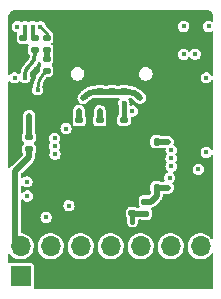
<source format=gbr>
%TF.GenerationSoftware,KiCad,Pcbnew,(6.0.4)*%
%TF.CreationDate,2022-07-06T17:37:40+08:00*%
%TF.ProjectId,XilinxJtag,58696c69-6e78-44a7-9461-672e6b696361,rev?*%
%TF.SameCoordinates,Original*%
%TF.FileFunction,Copper,L4,Bot*%
%TF.FilePolarity,Positive*%
%FSLAX46Y46*%
G04 Gerber Fmt 4.6, Leading zero omitted, Abs format (unit mm)*
G04 Created by KiCad (PCBNEW (6.0.4)) date 2022-07-06 17:37:40*
%MOMM*%
%LPD*%
G01*
G04 APERTURE LIST*
G04 Aperture macros list*
%AMRoundRect*
0 Rectangle with rounded corners*
0 $1 Rounding radius*
0 $2 $3 $4 $5 $6 $7 $8 $9 X,Y pos of 4 corners*
0 Add a 4 corners polygon primitive as box body*
4,1,4,$2,$3,$4,$5,$6,$7,$8,$9,$2,$3,0*
0 Add four circle primitives for the rounded corners*
1,1,$1+$1,$2,$3*
1,1,$1+$1,$4,$5*
1,1,$1+$1,$6,$7*
1,1,$1+$1,$8,$9*
0 Add four rect primitives between the rounded corners*
20,1,$1+$1,$2,$3,$4,$5,0*
20,1,$1+$1,$4,$5,$6,$7,0*
20,1,$1+$1,$6,$7,$8,$9,0*
20,1,$1+$1,$8,$9,$2,$3,0*%
G04 Aperture macros list end*
%TA.AperFunction,ComponentPad*%
%ADD10O,1.000000X2.100000*%
%TD*%
%TA.AperFunction,ComponentPad*%
%ADD11O,1.000000X1.600000*%
%TD*%
%TA.AperFunction,ComponentPad*%
%ADD12R,1.700000X1.700000*%
%TD*%
%TA.AperFunction,ComponentPad*%
%ADD13O,1.700000X1.700000*%
%TD*%
%TA.AperFunction,SMDPad,CuDef*%
%ADD14RoundRect,0.140000X-0.170000X0.140000X-0.170000X-0.140000X0.170000X-0.140000X0.170000X0.140000X0*%
%TD*%
%TA.AperFunction,SMDPad,CuDef*%
%ADD15RoundRect,0.140000X0.170000X-0.140000X0.170000X0.140000X-0.170000X0.140000X-0.170000X-0.140000X0*%
%TD*%
%TA.AperFunction,SMDPad,CuDef*%
%ADD16RoundRect,0.135000X0.185000X-0.135000X0.185000X0.135000X-0.185000X0.135000X-0.185000X-0.135000X0*%
%TD*%
%TA.AperFunction,SMDPad,CuDef*%
%ADD17RoundRect,0.135000X-0.185000X0.135000X-0.185000X-0.135000X0.185000X-0.135000X0.185000X0.135000X0*%
%TD*%
%TA.AperFunction,SMDPad,CuDef*%
%ADD18RoundRect,0.140000X0.140000X0.170000X-0.140000X0.170000X-0.140000X-0.170000X0.140000X-0.170000X0*%
%TD*%
%TA.AperFunction,ViaPad*%
%ADD19C,0.450000*%
%TD*%
%TA.AperFunction,Conductor*%
%ADD20C,0.400000*%
%TD*%
%TA.AperFunction,Conductor*%
%ADD21C,0.500000*%
%TD*%
%TA.AperFunction,Conductor*%
%ADD22C,0.300000*%
%TD*%
%TA.AperFunction,Conductor*%
%ADD23C,0.250000*%
%TD*%
G04 APERTURE END LIST*
D10*
%TO.P,J1,S1,SHIELD*%
%TO.N,VSS*%
X137650000Y-72150001D03*
D11*
X137650000Y-67970001D03*
X146290000Y-67970001D03*
D10*
X146290000Y-72150001D03*
%TD*%
D12*
%TO.P,J2,1,Pin_1*%
%TO.N,unconnected-(J2-Pad1)*%
X134265000Y-88795000D03*
D13*
%TO.P,J2,2,Pin_2*%
%TO.N,Net-(J2-Pad2)*%
X134265000Y-86255000D03*
%TO.P,J2,3,Pin_3*%
%TO.N,VSS*%
X136805000Y-88795000D03*
%TO.P,J2,4,Pin_4*%
%TO.N,TMS*%
X136805000Y-86255000D03*
%TO.P,J2,5,Pin_5*%
%TO.N,VSS*%
X139345000Y-88795000D03*
%TO.P,J2,6,Pin_6*%
%TO.N,TCK*%
X139345000Y-86255000D03*
%TO.P,J2,7,Pin_7*%
%TO.N,VSS*%
X141885000Y-88795000D03*
%TO.P,J2,8,Pin_8*%
%TO.N,TDO*%
X141885000Y-86255000D03*
%TO.P,J2,9,Pin_9*%
%TO.N,VSS*%
X144425000Y-88795000D03*
%TO.P,J2,10,Pin_10*%
%TO.N,TDI*%
X144425000Y-86255000D03*
%TO.P,J2,11,Pin_11*%
%TO.N,VSS*%
X146965000Y-88795000D03*
%TO.P,J2,12,Pin_12*%
%TO.N,unconnected-(J2-Pad12)*%
X146965000Y-86255000D03*
%TO.P,J2,13,Pin_13*%
%TO.N,VSS*%
X149505000Y-88795000D03*
%TO.P,J2,14,Pin_14*%
%TO.N,unconnected-(J2-Pad14)*%
X149505000Y-86255000D03*
%TD*%
D14*
%TO.P,C14,1*%
%TO.N,Net-(C14-Pad1)*%
X134490000Y-68620000D03*
%TO.P,C14,2*%
%TO.N,VSS*%
X134490000Y-69580000D03*
%TD*%
D15*
%TO.P,C5,1*%
%TO.N,RESET*%
X143720000Y-83460000D03*
%TO.P,C5,2*%
%TO.N,VSS*%
X143720000Y-82500000D03*
%TD*%
D14*
%TO.P,C9,1*%
%TO.N,+3V3*%
X140960000Y-75580000D03*
%TO.P,C9,2*%
%TO.N,VSS*%
X140960000Y-76540000D03*
%TD*%
D16*
%TO.P,R4,1*%
%TO.N,RESET*%
X144820000Y-83490000D03*
%TO.P,R4,2*%
%TO.N,+3V3*%
X144820000Y-82470000D03*
%TD*%
D15*
%TO.P,C13,1*%
%TO.N,VBUS*%
X141004681Y-73121884D03*
%TO.P,C13,2*%
%TO.N,VSS*%
X141004681Y-72161884D03*
%TD*%
%TO.P,C11,1*%
%TO.N,VBUS*%
X143024681Y-73111885D03*
%TO.P,C11,2*%
%TO.N,VSS*%
X143024681Y-72151885D03*
%TD*%
D16*
%TO.P,R11,1*%
%TO.N,Net-(C15-Pad1)*%
X136460000Y-69620000D03*
%TO.P,R11,2*%
%TO.N,Net-(R11-Pad2)*%
X136460000Y-68600000D03*
%TD*%
D17*
%TO.P,R3,1*%
%TO.N,Net-(R3-Pad1)*%
X143010000Y-75570000D03*
%TO.P,R3,2*%
%TO.N,VSS*%
X143010000Y-76590000D03*
%TD*%
D18*
%TO.P,C6,1*%
%TO.N,+3V3*%
X145780000Y-81300000D03*
%TO.P,C6,2*%
%TO.N,VSS*%
X144820000Y-81300000D03*
%TD*%
D17*
%TO.P,R10,1*%
%TO.N,Net-(R10-Pad1)*%
X135450000Y-68590000D03*
%TO.P,R10,2*%
%TO.N,VBUS*%
X135450000Y-69610000D03*
%TD*%
D16*
%TO.P,Jumper1,1*%
%TO.N,Net-(J2-Pad2)*%
X134970000Y-78050000D03*
%TO.P,Jumper1,2*%
%TO.N,3.3V*%
X134970000Y-77030000D03*
%TD*%
D14*
%TO.P,C8,1*%
%TO.N,+3V3*%
X139220000Y-75580000D03*
%TO.P,C8,2*%
%TO.N,VSS*%
X139220000Y-76540000D03*
%TD*%
D15*
%TO.P,C12,1*%
%TO.N,VBUS*%
X142009999Y-73120000D03*
%TO.P,C12,2*%
%TO.N,VSS*%
X142009999Y-72160000D03*
%TD*%
D14*
%TO.P,C15,1*%
%TO.N,Net-(C15-Pad1)*%
X136460000Y-70420000D03*
%TO.P,C15,2*%
%TO.N,Net-(C15-Pad2)*%
X136460000Y-71380000D03*
%TD*%
D18*
%TO.P,C10,1*%
%TO.N,+3V3*%
X145780000Y-77400000D03*
%TO.P,C10,2*%
%TO.N,VSS*%
X144820000Y-77400000D03*
%TD*%
D19*
%TO.N,VSS*%
X143070000Y-78540000D03*
X149840000Y-76670000D03*
X141070000Y-80540000D03*
X141070000Y-79540000D03*
X136720000Y-76140000D03*
X149300000Y-83310000D03*
X142925000Y-70030000D03*
X149250000Y-82330000D03*
X141925000Y-69030000D03*
X149020000Y-67640000D03*
X143070000Y-80540000D03*
X140925000Y-68030000D03*
X141070000Y-78540000D03*
X142070000Y-78540000D03*
X141925000Y-70030000D03*
X142070000Y-80540000D03*
X142070000Y-79540000D03*
X137380000Y-75720000D03*
X146820000Y-75650000D03*
X142925000Y-68030000D03*
X141925000Y-68030000D03*
X143070000Y-79540000D03*
X142925000Y-69030000D03*
X140925000Y-70030000D03*
X140925000Y-69030000D03*
X149840000Y-73270000D03*
%TO.N,RESET*%
X143720000Y-84180000D03*
%TO.N,+3V3*%
X146730000Y-77400000D03*
X143720000Y-74800000D03*
X146740000Y-81300000D03*
X149970000Y-72000000D03*
X140960000Y-74800000D03*
X139220000Y-74800000D03*
X138350000Y-82820000D03*
X149970000Y-78310000D03*
%TO.N,VBUS*%
X136410000Y-83820000D03*
X139570000Y-73700000D03*
X134625000Y-72000000D03*
X146870000Y-80450000D03*
X144380000Y-73690000D03*
%TO.N,Net-(C14-Pad1)*%
X134625000Y-67660000D03*
%TO.N,Net-(C15-Pad2)*%
X135690000Y-73000000D03*
%TO.N,3.3V*%
X134980000Y-75230000D03*
%TO.N,Net-(D1-Pad2)*%
X133750000Y-72000000D03*
X134840000Y-82010000D03*
%TO.N,TDI*%
X137130000Y-77130000D03*
%TO.N,TDO*%
X137140000Y-77800000D03*
%TO.N,TCK*%
X138100000Y-76290000D03*
%TO.N,TMS*%
X137169500Y-78470000D03*
%TO.N,EEP_CS*%
X147000000Y-78100000D03*
X149030000Y-70000000D03*
%TO.N,Net-(R6-Pad2)*%
X149300000Y-79740000D03*
X150170000Y-67650000D03*
%TO.N,EEP_CLK*%
X148070000Y-70010000D03*
X147000000Y-78810000D03*
%TO.N,EEP_D*%
X147000000Y-79500000D03*
X148070000Y-67650000D03*
%TO.N,Net-(R10-Pad1)*%
X135275000Y-67660000D03*
%TO.N,Net-(R11-Pad2)*%
X135925000Y-67670000D03*
%TO.N,Net-(R12-Pad2)*%
X134790000Y-80800000D03*
X133975000Y-67660000D03*
%TO.N,Net-(R3-Pad1)*%
X143000000Y-74160000D03*
%TD*%
D20*
%TO.N,RESET*%
X143720000Y-83460000D02*
X143720000Y-84180000D01*
D21*
X143750000Y-83490000D02*
X143720000Y-83460000D01*
X144820000Y-83490000D02*
X143750000Y-83490000D01*
%TO.N,+3V3*%
X145300000Y-82470000D02*
X145780000Y-81990000D01*
X140960000Y-75580000D02*
X140960000Y-74800000D01*
X145780000Y-81990000D02*
X145780000Y-81300000D01*
X144820000Y-82470000D02*
X145300000Y-82470000D01*
X139220000Y-75580000D02*
X139220000Y-74800000D01*
X145810000Y-77400000D02*
X146730000Y-77400000D01*
X146740000Y-81300000D02*
X145790000Y-81300000D01*
%TO.N,VBUS*%
X140474214Y-73210000D02*
X143485786Y-73210000D01*
X144192893Y-73502893D02*
X144380000Y-73690000D01*
D22*
X135157107Y-70812893D02*
X134917893Y-71052107D01*
X135450000Y-69610000D02*
X135450000Y-70105786D01*
D21*
X139570000Y-73700000D02*
X139767107Y-73502893D01*
X143485786Y-73210010D02*
G75*
G02*
X144192893Y-73502893I14J-999990D01*
G01*
D22*
X134625010Y-71759214D02*
G75*
G02*
X134917893Y-71052107I999990J14D01*
G01*
X135157114Y-70812900D02*
G75*
G03*
X135450000Y-70105786I-707114J707100D01*
G01*
D21*
X140474214Y-73210010D02*
G75*
G03*
X139767107Y-73502893I-14J-999990D01*
G01*
D22*
%TO.N,Net-(C14-Pad1)*%
X134625000Y-67660000D02*
X134625000Y-68485000D01*
X134625000Y-68485000D02*
X134490000Y-68620000D01*
D21*
%TO.N,Net-(C15-Pad1)*%
X136460000Y-69620000D02*
X136460000Y-70420000D01*
D23*
%TO.N,Net-(C15-Pad2)*%
X135690000Y-73000000D02*
X135690000Y-72978427D01*
X136275787Y-71564213D02*
X136460000Y-71380000D01*
X135690020Y-72978427D02*
G75*
G02*
X136275788Y-71564214I1999980J27D01*
G01*
D21*
%TO.N,3.3V*%
X134970000Y-75240000D02*
X134980000Y-75230000D01*
X134970000Y-77015000D02*
X134970000Y-75240000D01*
D22*
%TO.N,Net-(R10-Pad1)*%
X135275000Y-68415000D02*
X135450000Y-68590000D01*
X135275000Y-67660000D02*
X135275000Y-68415000D01*
D23*
%TO.N,Net-(R11-Pad2)*%
X136460000Y-68600000D02*
X136460000Y-68205000D01*
X136460000Y-68205000D02*
X135925000Y-67670000D01*
D20*
%TO.N,Net-(R3-Pad1)*%
X143000000Y-74160000D02*
X143010000Y-74170000D01*
X143010000Y-74170000D02*
X143010000Y-75580000D01*
D21*
%TO.N,Net-(J2-Pad2)*%
X133810000Y-85800000D02*
X134265000Y-86255000D01*
X134970000Y-78700000D02*
X133810000Y-79860000D01*
X134970000Y-78050000D02*
X134970000Y-78700000D01*
X133810000Y-79860000D02*
X133810000Y-85800000D01*
%TD*%
%TA.AperFunction,Conductor*%
%TO.N,VSS*%
G36*
X150014888Y-66262402D02*
G01*
X150020438Y-66263506D01*
X150030000Y-66265408D01*
X150039563Y-66263506D01*
X150049312Y-66263506D01*
X150049312Y-66264495D01*
X150061045Y-66263998D01*
X150141196Y-66273029D01*
X150162804Y-66277961D01*
X150257892Y-66311234D01*
X150277859Y-66320850D01*
X150363161Y-66374448D01*
X150380494Y-66388270D01*
X150451730Y-66459506D01*
X150465552Y-66476839D01*
X150519149Y-66562138D01*
X150528766Y-66582108D01*
X150562038Y-66677193D01*
X150566972Y-66698807D01*
X150576002Y-66778952D01*
X150575505Y-66790688D01*
X150576494Y-66790688D01*
X150576494Y-66800437D01*
X150574592Y-66810000D01*
X150576494Y-66819562D01*
X150577598Y-66825112D01*
X150579500Y-66844426D01*
X150579500Y-67166586D01*
X150560593Y-67224777D01*
X150511093Y-67260741D01*
X150449907Y-67260741D01*
X150426653Y-67249661D01*
X150398609Y-67231484D01*
X150371501Y-67213913D01*
X150241006Y-67174887D01*
X150160455Y-67174395D01*
X150111855Y-67174098D01*
X150111854Y-67174098D01*
X150104804Y-67174055D01*
X150098027Y-67175992D01*
X150098026Y-67175992D01*
X149980622Y-67209546D01*
X149980620Y-67209547D01*
X149973842Y-67211484D01*
X149858650Y-67284165D01*
X149768487Y-67386255D01*
X149710601Y-67509548D01*
X149689646Y-67644131D01*
X149707306Y-67779186D01*
X149710146Y-67785640D01*
X149710147Y-67785644D01*
X149758456Y-67895434D01*
X149762162Y-67903856D01*
X149805983Y-67955988D01*
X149845265Y-68002720D01*
X149845268Y-68002722D01*
X149849804Y-68008119D01*
X149855675Y-68012027D01*
X149855676Y-68012028D01*
X149870699Y-68022028D01*
X149963187Y-68083593D01*
X149969914Y-68085695D01*
X149969917Y-68085696D01*
X150086463Y-68122107D01*
X150086464Y-68122107D01*
X150093195Y-68124210D01*
X150163288Y-68125495D01*
X150222324Y-68126577D01*
X150222326Y-68126577D01*
X150229377Y-68126706D01*
X150236180Y-68124851D01*
X150236182Y-68124851D01*
X150324106Y-68100880D01*
X150360786Y-68090880D01*
X150428700Y-68049181D01*
X150488182Y-68034847D01*
X150544730Y-68058212D01*
X150576745Y-68110354D01*
X150579500Y-68133548D01*
X150579500Y-71734673D01*
X150560593Y-71792864D01*
X150511093Y-71828828D01*
X150449907Y-71828828D01*
X150400407Y-71792864D01*
X150390378Y-71775649D01*
X150377626Y-71747601D01*
X150377624Y-71747598D01*
X150374706Y-71741180D01*
X150285796Y-71637996D01*
X150171501Y-71563913D01*
X150041006Y-71524887D01*
X149960455Y-71524395D01*
X149911855Y-71524098D01*
X149911854Y-71524098D01*
X149904804Y-71524055D01*
X149898027Y-71525992D01*
X149898026Y-71525992D01*
X149780622Y-71559546D01*
X149780620Y-71559547D01*
X149773842Y-71561484D01*
X149658650Y-71634165D01*
X149568487Y-71736255D01*
X149510601Y-71859548D01*
X149489646Y-71994131D01*
X149507306Y-72129186D01*
X149510146Y-72135640D01*
X149510147Y-72135644D01*
X149558960Y-72246580D01*
X149562162Y-72253856D01*
X149586062Y-72282288D01*
X149645265Y-72352720D01*
X149645268Y-72352722D01*
X149649804Y-72358119D01*
X149655675Y-72362027D01*
X149655676Y-72362028D01*
X149672616Y-72373304D01*
X149763187Y-72433593D01*
X149769914Y-72435695D01*
X149769917Y-72435696D01*
X149886463Y-72472107D01*
X149886464Y-72472107D01*
X149893195Y-72474210D01*
X149963288Y-72475495D01*
X150022324Y-72476577D01*
X150022326Y-72476577D01*
X150029377Y-72476706D01*
X150036180Y-72474851D01*
X150036182Y-72474851D01*
X150120955Y-72451739D01*
X150160786Y-72440880D01*
X150276858Y-72369612D01*
X150293765Y-72350934D01*
X150363529Y-72273859D01*
X150363529Y-72273858D01*
X150368261Y-72268631D01*
X150391406Y-72220860D01*
X150433794Y-72176736D01*
X150494022Y-72165954D01*
X150549085Y-72192632D01*
X150577951Y-72246580D01*
X150579500Y-72264026D01*
X150579500Y-78044673D01*
X150560593Y-78102864D01*
X150511093Y-78138828D01*
X150449907Y-78138828D01*
X150400407Y-78102864D01*
X150390378Y-78085649D01*
X150377626Y-78057601D01*
X150377624Y-78057598D01*
X150374706Y-78051180D01*
X150285796Y-77947996D01*
X150171501Y-77873913D01*
X150041006Y-77834887D01*
X149960455Y-77834395D01*
X149911855Y-77834098D01*
X149911854Y-77834098D01*
X149904804Y-77834055D01*
X149898027Y-77835992D01*
X149898026Y-77835992D01*
X149780622Y-77869546D01*
X149780620Y-77869547D01*
X149773842Y-77871484D01*
X149658650Y-77944165D01*
X149568487Y-78046255D01*
X149510601Y-78169548D01*
X149489646Y-78304131D01*
X149490561Y-78311129D01*
X149493705Y-78335171D01*
X149507306Y-78439186D01*
X149510146Y-78445640D01*
X149510147Y-78445644D01*
X149554233Y-78545837D01*
X149562162Y-78563856D01*
X149600190Y-78609096D01*
X149645265Y-78662720D01*
X149645268Y-78662722D01*
X149649804Y-78668119D01*
X149655675Y-78672027D01*
X149655676Y-78672028D01*
X149670890Y-78682155D01*
X149763187Y-78743593D01*
X149769914Y-78745695D01*
X149769917Y-78745696D01*
X149886463Y-78782107D01*
X149886464Y-78782107D01*
X149893195Y-78784210D01*
X149963288Y-78785495D01*
X150022324Y-78786577D01*
X150022326Y-78786577D01*
X150029377Y-78786706D01*
X150036180Y-78784851D01*
X150036182Y-78784851D01*
X150123292Y-78761102D01*
X150160786Y-78750880D01*
X150276858Y-78679612D01*
X150285968Y-78669548D01*
X150363529Y-78583859D01*
X150363529Y-78583858D01*
X150368261Y-78578631D01*
X150391406Y-78530860D01*
X150433794Y-78486736D01*
X150494022Y-78475954D01*
X150549085Y-78502632D01*
X150577951Y-78556580D01*
X150579500Y-78574026D01*
X150579500Y-85556457D01*
X150560593Y-85614648D01*
X150511093Y-85650612D01*
X150449907Y-85650612D01*
X150401176Y-85615691D01*
X150329051Y-85519104D01*
X150329050Y-85519103D01*
X150326335Y-85515467D01*
X150177812Y-85378174D01*
X150155125Y-85363859D01*
X150010594Y-85272667D01*
X150006757Y-85270246D01*
X149818898Y-85195298D01*
X149620526Y-85155839D01*
X149520930Y-85154535D01*
X149422826Y-85153251D01*
X149422821Y-85153251D01*
X149418286Y-85153192D01*
X149413813Y-85153961D01*
X149413808Y-85153961D01*
X149315245Y-85170898D01*
X149218949Y-85187444D01*
X149029193Y-85257449D01*
X148855371Y-85360862D01*
X148851956Y-85363857D01*
X148851953Y-85363859D01*
X148835630Y-85378174D01*
X148703305Y-85494220D01*
X148700497Y-85497782D01*
X148607546Y-85615691D01*
X148578089Y-85653057D01*
X148483914Y-85832053D01*
X148423937Y-86025213D01*
X148400164Y-86226069D01*
X148413392Y-86427894D01*
X148463178Y-86623928D01*
X148547856Y-86807607D01*
X148664588Y-86972780D01*
X148809466Y-87113913D01*
X148977637Y-87226282D01*
X149163470Y-87306122D01*
X149360740Y-87350760D01*
X149562842Y-87358700D01*
X149616377Y-87350938D01*
X149758519Y-87330329D01*
X149758522Y-87330328D01*
X149763007Y-87329678D01*
X149858769Y-87297171D01*
X149950234Y-87266123D01*
X149950237Y-87266121D01*
X149954531Y-87264664D01*
X150131001Y-87165837D01*
X150286505Y-87036505D01*
X150404386Y-86894769D01*
X150456131Y-86862121D01*
X150517185Y-86866123D01*
X150564227Y-86905247D01*
X150579500Y-86958075D01*
X150579500Y-89770500D01*
X150560593Y-89828691D01*
X150511093Y-89864655D01*
X150480500Y-89869500D01*
X135444566Y-89869500D01*
X135386375Y-89850593D01*
X135350411Y-89801093D01*
X135350411Y-89743571D01*
X135350966Y-89742740D01*
X135365500Y-89669674D01*
X135365500Y-87920326D01*
X135350966Y-87847260D01*
X135295601Y-87764399D01*
X135212740Y-87709034D01*
X135139674Y-87694500D01*
X133390326Y-87694500D01*
X133328814Y-87706736D01*
X133268053Y-87699544D01*
X133223123Y-87658012D01*
X133210500Y-87609638D01*
X133210500Y-86981468D01*
X133229407Y-86923277D01*
X133278907Y-86887313D01*
X133340093Y-86887313D01*
X133390348Y-86924331D01*
X133424588Y-86972780D01*
X133569466Y-87113913D01*
X133737637Y-87226282D01*
X133923470Y-87306122D01*
X134120740Y-87350760D01*
X134322842Y-87358700D01*
X134376377Y-87350938D01*
X134518519Y-87330329D01*
X134518522Y-87330328D01*
X134523007Y-87329678D01*
X134618769Y-87297171D01*
X134710234Y-87266123D01*
X134710237Y-87266121D01*
X134714531Y-87264664D01*
X134891001Y-87165837D01*
X135046505Y-87036505D01*
X135175837Y-86881001D01*
X135274664Y-86704531D01*
X135339678Y-86513007D01*
X135368700Y-86312842D01*
X135370215Y-86255000D01*
X135367557Y-86226069D01*
X135700164Y-86226069D01*
X135713392Y-86427894D01*
X135763178Y-86623928D01*
X135847856Y-86807607D01*
X135964588Y-86972780D01*
X136109466Y-87113913D01*
X136277637Y-87226282D01*
X136463470Y-87306122D01*
X136660740Y-87350760D01*
X136862842Y-87358700D01*
X136916377Y-87350938D01*
X137058519Y-87330329D01*
X137058522Y-87330328D01*
X137063007Y-87329678D01*
X137158769Y-87297171D01*
X137250234Y-87266123D01*
X137250237Y-87266121D01*
X137254531Y-87264664D01*
X137431001Y-87165837D01*
X137586505Y-87036505D01*
X137715837Y-86881001D01*
X137814664Y-86704531D01*
X137879678Y-86513007D01*
X137908700Y-86312842D01*
X137910215Y-86255000D01*
X137907557Y-86226069D01*
X138240164Y-86226069D01*
X138253392Y-86427894D01*
X138303178Y-86623928D01*
X138387856Y-86807607D01*
X138504588Y-86972780D01*
X138649466Y-87113913D01*
X138817637Y-87226282D01*
X139003470Y-87306122D01*
X139200740Y-87350760D01*
X139402842Y-87358700D01*
X139456377Y-87350938D01*
X139598519Y-87330329D01*
X139598522Y-87330328D01*
X139603007Y-87329678D01*
X139698769Y-87297171D01*
X139790234Y-87266123D01*
X139790237Y-87266121D01*
X139794531Y-87264664D01*
X139971001Y-87165837D01*
X140126505Y-87036505D01*
X140255837Y-86881001D01*
X140354664Y-86704531D01*
X140419678Y-86513007D01*
X140448700Y-86312842D01*
X140450215Y-86255000D01*
X140447557Y-86226069D01*
X140780164Y-86226069D01*
X140793392Y-86427894D01*
X140843178Y-86623928D01*
X140927856Y-86807607D01*
X141044588Y-86972780D01*
X141189466Y-87113913D01*
X141357637Y-87226282D01*
X141543470Y-87306122D01*
X141740740Y-87350760D01*
X141942842Y-87358700D01*
X141996377Y-87350938D01*
X142138519Y-87330329D01*
X142138522Y-87330328D01*
X142143007Y-87329678D01*
X142238769Y-87297171D01*
X142330234Y-87266123D01*
X142330237Y-87266121D01*
X142334531Y-87264664D01*
X142511001Y-87165837D01*
X142666505Y-87036505D01*
X142795837Y-86881001D01*
X142894664Y-86704531D01*
X142959678Y-86513007D01*
X142988700Y-86312842D01*
X142990215Y-86255000D01*
X142987557Y-86226069D01*
X143320164Y-86226069D01*
X143333392Y-86427894D01*
X143383178Y-86623928D01*
X143467856Y-86807607D01*
X143584588Y-86972780D01*
X143729466Y-87113913D01*
X143897637Y-87226282D01*
X144083470Y-87306122D01*
X144280740Y-87350760D01*
X144482842Y-87358700D01*
X144536377Y-87350938D01*
X144678519Y-87330329D01*
X144678522Y-87330328D01*
X144683007Y-87329678D01*
X144778769Y-87297171D01*
X144870234Y-87266123D01*
X144870237Y-87266121D01*
X144874531Y-87264664D01*
X145051001Y-87165837D01*
X145206505Y-87036505D01*
X145335837Y-86881001D01*
X145434664Y-86704531D01*
X145499678Y-86513007D01*
X145528700Y-86312842D01*
X145530215Y-86255000D01*
X145527557Y-86226069D01*
X145860164Y-86226069D01*
X145873392Y-86427894D01*
X145923178Y-86623928D01*
X146007856Y-86807607D01*
X146124588Y-86972780D01*
X146269466Y-87113913D01*
X146437637Y-87226282D01*
X146623470Y-87306122D01*
X146820740Y-87350760D01*
X147022842Y-87358700D01*
X147076377Y-87350938D01*
X147218519Y-87330329D01*
X147218522Y-87330328D01*
X147223007Y-87329678D01*
X147318769Y-87297171D01*
X147410234Y-87266123D01*
X147410237Y-87266121D01*
X147414531Y-87264664D01*
X147591001Y-87165837D01*
X147746505Y-87036505D01*
X147875837Y-86881001D01*
X147974664Y-86704531D01*
X148039678Y-86513007D01*
X148068700Y-86312842D01*
X148070215Y-86255000D01*
X148051708Y-86053591D01*
X147996807Y-85858926D01*
X147907351Y-85677527D01*
X147786335Y-85515467D01*
X147637812Y-85378174D01*
X147615125Y-85363859D01*
X147470594Y-85272667D01*
X147466757Y-85270246D01*
X147278898Y-85195298D01*
X147080526Y-85155839D01*
X146980930Y-85154535D01*
X146882826Y-85153251D01*
X146882821Y-85153251D01*
X146878286Y-85153192D01*
X146873813Y-85153961D01*
X146873808Y-85153961D01*
X146775245Y-85170898D01*
X146678949Y-85187444D01*
X146489193Y-85257449D01*
X146315371Y-85360862D01*
X146311956Y-85363857D01*
X146311953Y-85363859D01*
X146295630Y-85378174D01*
X146163305Y-85494220D01*
X146160497Y-85497782D01*
X146067546Y-85615691D01*
X146038089Y-85653057D01*
X145943914Y-85832053D01*
X145883937Y-86025213D01*
X145860164Y-86226069D01*
X145527557Y-86226069D01*
X145511708Y-86053591D01*
X145456807Y-85858926D01*
X145367351Y-85677527D01*
X145246335Y-85515467D01*
X145097812Y-85378174D01*
X145075125Y-85363859D01*
X144930594Y-85272667D01*
X144926757Y-85270246D01*
X144738898Y-85195298D01*
X144540526Y-85155839D01*
X144440930Y-85154535D01*
X144342826Y-85153251D01*
X144342821Y-85153251D01*
X144338286Y-85153192D01*
X144333813Y-85153961D01*
X144333808Y-85153961D01*
X144235245Y-85170898D01*
X144138949Y-85187444D01*
X143949193Y-85257449D01*
X143775371Y-85360862D01*
X143771956Y-85363857D01*
X143771953Y-85363859D01*
X143755630Y-85378174D01*
X143623305Y-85494220D01*
X143620497Y-85497782D01*
X143527546Y-85615691D01*
X143498089Y-85653057D01*
X143403914Y-85832053D01*
X143343937Y-86025213D01*
X143320164Y-86226069D01*
X142987557Y-86226069D01*
X142971708Y-86053591D01*
X142916807Y-85858926D01*
X142827351Y-85677527D01*
X142706335Y-85515467D01*
X142557812Y-85378174D01*
X142535125Y-85363859D01*
X142390594Y-85272667D01*
X142386757Y-85270246D01*
X142198898Y-85195298D01*
X142000526Y-85155839D01*
X141900930Y-85154535D01*
X141802826Y-85153251D01*
X141802821Y-85153251D01*
X141798286Y-85153192D01*
X141793813Y-85153961D01*
X141793808Y-85153961D01*
X141695245Y-85170898D01*
X141598949Y-85187444D01*
X141409193Y-85257449D01*
X141235371Y-85360862D01*
X141231956Y-85363857D01*
X141231953Y-85363859D01*
X141215630Y-85378174D01*
X141083305Y-85494220D01*
X141080497Y-85497782D01*
X140987546Y-85615691D01*
X140958089Y-85653057D01*
X140863914Y-85832053D01*
X140803937Y-86025213D01*
X140780164Y-86226069D01*
X140447557Y-86226069D01*
X140431708Y-86053591D01*
X140376807Y-85858926D01*
X140287351Y-85677527D01*
X140166335Y-85515467D01*
X140017812Y-85378174D01*
X139995125Y-85363859D01*
X139850594Y-85272667D01*
X139846757Y-85270246D01*
X139658898Y-85195298D01*
X139460526Y-85155839D01*
X139360930Y-85154535D01*
X139262826Y-85153251D01*
X139262821Y-85153251D01*
X139258286Y-85153192D01*
X139253813Y-85153961D01*
X139253808Y-85153961D01*
X139155245Y-85170898D01*
X139058949Y-85187444D01*
X138869193Y-85257449D01*
X138695371Y-85360862D01*
X138691956Y-85363857D01*
X138691953Y-85363859D01*
X138675630Y-85378174D01*
X138543305Y-85494220D01*
X138540497Y-85497782D01*
X138447546Y-85615691D01*
X138418089Y-85653057D01*
X138323914Y-85832053D01*
X138263937Y-86025213D01*
X138240164Y-86226069D01*
X137907557Y-86226069D01*
X137891708Y-86053591D01*
X137836807Y-85858926D01*
X137747351Y-85677527D01*
X137626335Y-85515467D01*
X137477812Y-85378174D01*
X137455125Y-85363859D01*
X137310594Y-85272667D01*
X137306757Y-85270246D01*
X137118898Y-85195298D01*
X136920526Y-85155839D01*
X136820930Y-85154535D01*
X136722826Y-85153251D01*
X136722821Y-85153251D01*
X136718286Y-85153192D01*
X136713813Y-85153961D01*
X136713808Y-85153961D01*
X136615245Y-85170898D01*
X136518949Y-85187444D01*
X136329193Y-85257449D01*
X136155371Y-85360862D01*
X136151956Y-85363857D01*
X136151953Y-85363859D01*
X136135630Y-85378174D01*
X136003305Y-85494220D01*
X136000497Y-85497782D01*
X135907546Y-85615691D01*
X135878089Y-85653057D01*
X135783914Y-85832053D01*
X135723937Y-86025213D01*
X135700164Y-86226069D01*
X135367557Y-86226069D01*
X135351708Y-86053591D01*
X135296807Y-85858926D01*
X135207351Y-85677527D01*
X135086335Y-85515467D01*
X134937812Y-85378174D01*
X134915125Y-85363859D01*
X134770594Y-85272667D01*
X134766757Y-85270246D01*
X134578898Y-85195298D01*
X134390185Y-85157760D01*
X134336802Y-85127864D01*
X134311186Y-85072299D01*
X134310500Y-85060663D01*
X134310500Y-83814131D01*
X135929646Y-83814131D01*
X135930561Y-83821129D01*
X135942543Y-83912758D01*
X135947306Y-83949186D01*
X135950146Y-83955640D01*
X135950147Y-83955644D01*
X135987066Y-84039548D01*
X136002162Y-84073856D01*
X136027110Y-84103535D01*
X136085265Y-84172720D01*
X136085268Y-84172722D01*
X136089804Y-84178119D01*
X136095675Y-84182027D01*
X136095676Y-84182028D01*
X136110262Y-84191737D01*
X136203187Y-84253593D01*
X136209914Y-84255695D01*
X136209917Y-84255696D01*
X136326463Y-84292107D01*
X136326464Y-84292107D01*
X136333195Y-84294210D01*
X136403288Y-84295495D01*
X136462324Y-84296577D01*
X136462326Y-84296577D01*
X136469377Y-84296706D01*
X136476180Y-84294851D01*
X136476182Y-84294851D01*
X136548410Y-84275159D01*
X136600786Y-84260880D01*
X136716858Y-84189612D01*
X136724537Y-84181129D01*
X136803529Y-84093859D01*
X136803529Y-84093858D01*
X136808261Y-84088631D01*
X136867649Y-83966054D01*
X136869401Y-83955644D01*
X136889613Y-83835506D01*
X136889613Y-83835505D01*
X136890247Y-83831737D01*
X136890390Y-83820000D01*
X136889550Y-83814131D01*
X136876380Y-83722175D01*
X136871081Y-83685171D01*
X136814706Y-83561180D01*
X136725796Y-83457996D01*
X136611501Y-83383913D01*
X136481006Y-83344887D01*
X136400455Y-83344395D01*
X136351855Y-83344098D01*
X136351854Y-83344098D01*
X136344804Y-83344055D01*
X136338027Y-83345992D01*
X136338026Y-83345992D01*
X136220622Y-83379546D01*
X136220620Y-83379547D01*
X136213842Y-83381484D01*
X136098650Y-83454165D01*
X136008487Y-83556255D01*
X135950601Y-83679548D01*
X135929646Y-83814131D01*
X134310500Y-83814131D01*
X134310500Y-82814131D01*
X137869646Y-82814131D01*
X137870561Y-82821129D01*
X137884732Y-82929500D01*
X137887306Y-82949186D01*
X137890146Y-82955640D01*
X137890147Y-82955644D01*
X137939321Y-83067400D01*
X137942162Y-83073856D01*
X137985983Y-83125988D01*
X138025265Y-83172720D01*
X138025268Y-83172722D01*
X138029804Y-83178119D01*
X138035675Y-83182027D01*
X138035676Y-83182028D01*
X138048982Y-83190885D01*
X138143187Y-83253593D01*
X138149914Y-83255695D01*
X138149917Y-83255696D01*
X138266463Y-83292107D01*
X138266464Y-83292107D01*
X138273195Y-83294210D01*
X138343288Y-83295495D01*
X138402324Y-83296577D01*
X138402326Y-83296577D01*
X138409377Y-83296706D01*
X138416180Y-83294851D01*
X138416182Y-83294851D01*
X138436671Y-83289265D01*
X143159500Y-83289265D01*
X143159501Y-83630734D01*
X143160110Y-83634577D01*
X143160110Y-83634582D01*
X143169229Y-83692155D01*
X143173983Y-83722175D01*
X143202062Y-83777283D01*
X143224403Y-83821129D01*
X143230141Y-83832391D01*
X143240504Y-83842754D01*
X143268281Y-83897271D01*
X143269500Y-83912758D01*
X143269500Y-83999067D01*
X143265174Y-84028013D01*
X143263600Y-84033160D01*
X143260601Y-84039548D01*
X143259516Y-84046519D01*
X143259515Y-84046521D01*
X143250638Y-84103535D01*
X143239646Y-84174131D01*
X143240561Y-84181129D01*
X143255657Y-84296577D01*
X143257306Y-84309186D01*
X143260146Y-84315640D01*
X143260147Y-84315644D01*
X143309321Y-84427400D01*
X143312162Y-84433856D01*
X143355983Y-84485987D01*
X143395265Y-84532720D01*
X143395268Y-84532722D01*
X143399804Y-84538119D01*
X143405675Y-84542027D01*
X143405676Y-84542028D01*
X143422616Y-84553304D01*
X143513187Y-84613593D01*
X143519914Y-84615695D01*
X143519917Y-84615696D01*
X143636463Y-84652107D01*
X143636464Y-84652107D01*
X143643195Y-84654210D01*
X143713288Y-84655495D01*
X143772324Y-84656577D01*
X143772326Y-84656577D01*
X143779377Y-84656706D01*
X143786180Y-84654851D01*
X143786182Y-84654851D01*
X143858410Y-84635159D01*
X143910786Y-84620880D01*
X144026858Y-84549612D01*
X144118261Y-84448631D01*
X144177649Y-84326054D01*
X144179401Y-84315644D01*
X144199613Y-84195506D01*
X144199613Y-84195505D01*
X144200247Y-84191737D01*
X144200390Y-84180000D01*
X144189439Y-84103534D01*
X144199906Y-84043252D01*
X144243807Y-84000633D01*
X144287439Y-83990500D01*
X144483155Y-83990500D01*
X144512388Y-83994914D01*
X144516440Y-83996166D01*
X144523344Y-83999541D01*
X144578134Y-84007534D01*
X144594920Y-84009983D01*
X144594922Y-84009983D01*
X144598465Y-84010500D01*
X144818861Y-84010500D01*
X145041534Y-84010499D01*
X145100207Y-84001863D01*
X145109700Y-84000466D01*
X145117309Y-83999346D01*
X145232511Y-83942784D01*
X145323181Y-83851956D01*
X145379541Y-83736656D01*
X145390500Y-83661535D01*
X145390499Y-83318466D01*
X145379346Y-83242691D01*
X145322784Y-83127489D01*
X145317310Y-83122024D01*
X145298881Y-83063928D01*
X145318195Y-83005871D01*
X145367945Y-82970254D01*
X145391750Y-82965810D01*
X145392935Y-82965737D01*
X145395501Y-82965578D01*
X145395504Y-82965577D01*
X145402538Y-82965141D01*
X145409167Y-82962748D01*
X145409171Y-82962747D01*
X145412187Y-82961658D01*
X145431763Y-82956777D01*
X145432955Y-82956606D01*
X145434936Y-82956323D01*
X145434937Y-82956323D01*
X145441918Y-82955323D01*
X145448337Y-82952404D01*
X145448342Y-82952403D01*
X145485257Y-82935619D01*
X145492615Y-82932623D01*
X145518769Y-82923181D01*
X145537387Y-82916460D01*
X145545672Y-82910408D01*
X145563086Y-82900232D01*
X145572428Y-82895984D01*
X145588341Y-82882272D01*
X145608495Y-82864907D01*
X145614716Y-82859967D01*
X145615146Y-82859653D01*
X145626336Y-82851478D01*
X145637800Y-82840014D01*
X145643181Y-82835019D01*
X145675693Y-82807005D01*
X145675694Y-82807004D01*
X145681037Y-82802400D01*
X145685711Y-82795189D01*
X145698782Y-82779032D01*
X146086419Y-82391395D01*
X146096399Y-82383421D01*
X146096384Y-82383404D01*
X146101754Y-82378834D01*
X146107720Y-82375070D01*
X146112388Y-82369785D01*
X146112391Y-82369782D01*
X146143292Y-82334792D01*
X146147492Y-82330322D01*
X146159321Y-82318493D01*
X146166106Y-82309440D01*
X146171101Y-82303304D01*
X146202623Y-82267612D01*
X146205620Y-82261229D01*
X146205622Y-82261226D01*
X146206983Y-82258328D01*
X146217372Y-82241038D01*
X146219297Y-82238470D01*
X146219301Y-82238464D01*
X146223527Y-82232824D01*
X146240238Y-82188247D01*
X146243324Y-82180924D01*
X146260552Y-82144230D01*
X146260553Y-82144227D01*
X146263553Y-82137837D01*
X146265132Y-82127698D01*
X146270252Y-82108183D01*
X146271377Y-82105183D01*
X146271377Y-82105181D01*
X146273852Y-82098580D01*
X146277381Y-82051092D01*
X146278287Y-82043207D01*
X146279912Y-82032772D01*
X146279913Y-82032764D01*
X146280500Y-82028991D01*
X146280500Y-82012791D01*
X146280772Y-82005455D01*
X146283953Y-81962641D01*
X146284476Y-81955608D01*
X146282681Y-81947199D01*
X146280500Y-81926532D01*
X146280500Y-81899500D01*
X146299407Y-81841309D01*
X146348907Y-81805345D01*
X146379500Y-81800500D01*
X146775940Y-81800500D01*
X146779430Y-81800000D01*
X146779433Y-81800000D01*
X146834041Y-81792179D01*
X146881918Y-81785323D01*
X146929820Y-81763543D01*
X147006004Y-81728905D01*
X147006005Y-81728904D01*
X147012428Y-81725984D01*
X147082528Y-81665582D01*
X147115693Y-81637005D01*
X147115694Y-81637004D01*
X147121037Y-81632400D01*
X147199015Y-81512095D01*
X147240093Y-81374739D01*
X147240703Y-81274851D01*
X147240926Y-81238427D01*
X147240926Y-81238426D01*
X147240969Y-81231376D01*
X147221149Y-81162028D01*
X147203510Y-81100309D01*
X147203509Y-81100307D01*
X147201572Y-81093529D01*
X147125070Y-80972280D01*
X147127229Y-80970918D01*
X147108257Y-80924912D01*
X147122634Y-80865439D01*
X147155162Y-80832933D01*
X147176858Y-80819612D01*
X147195063Y-80799500D01*
X147263529Y-80723859D01*
X147263529Y-80723858D01*
X147268261Y-80718631D01*
X147327649Y-80596054D01*
X147329401Y-80585644D01*
X147349613Y-80465506D01*
X147349613Y-80465505D01*
X147350247Y-80461737D01*
X147350390Y-80450000D01*
X147349550Y-80444131D01*
X147337772Y-80361892D01*
X147331081Y-80315171D01*
X147286253Y-80216577D01*
X147277626Y-80197602D01*
X147277626Y-80197601D01*
X147274706Y-80191180D01*
X147185796Y-80087996D01*
X147186426Y-80087453D01*
X147158034Y-80040020D01*
X147163469Y-79979076D01*
X147202733Y-79933545D01*
X147300845Y-79873304D01*
X147306858Y-79869612D01*
X147398261Y-79768631D01*
X147414976Y-79734131D01*
X148819646Y-79734131D01*
X148837306Y-79869186D01*
X148840146Y-79875640D01*
X148840147Y-79875644D01*
X148889321Y-79987400D01*
X148892162Y-79993856D01*
X148929536Y-80038318D01*
X148975265Y-80092720D01*
X148975268Y-80092722D01*
X148979804Y-80098119D01*
X148985675Y-80102027D01*
X148985676Y-80102028D01*
X149002616Y-80113304D01*
X149093187Y-80173593D01*
X149099914Y-80175695D01*
X149099917Y-80175696D01*
X149216463Y-80212107D01*
X149216464Y-80212107D01*
X149223195Y-80214210D01*
X149293288Y-80215495D01*
X149352324Y-80216577D01*
X149352326Y-80216577D01*
X149359377Y-80216706D01*
X149366180Y-80214851D01*
X149366182Y-80214851D01*
X149438410Y-80195159D01*
X149490786Y-80180880D01*
X149606858Y-80109612D01*
X149629892Y-80084165D01*
X149693529Y-80013859D01*
X149693529Y-80013858D01*
X149698261Y-80008631D01*
X149757649Y-79886054D01*
X149759401Y-79875644D01*
X149779613Y-79755506D01*
X149779613Y-79755505D01*
X149780247Y-79751737D01*
X149780390Y-79740000D01*
X149779550Y-79734131D01*
X149762800Y-79617176D01*
X149761081Y-79605171D01*
X149711539Y-79496208D01*
X149707626Y-79487602D01*
X149707626Y-79487601D01*
X149704706Y-79481180D01*
X149615796Y-79377996D01*
X149501501Y-79303913D01*
X149371006Y-79264887D01*
X149290455Y-79264395D01*
X149241855Y-79264098D01*
X149241854Y-79264098D01*
X149234804Y-79264055D01*
X149228027Y-79265992D01*
X149228026Y-79265992D01*
X149110622Y-79299546D01*
X149110620Y-79299547D01*
X149103842Y-79301484D01*
X148988650Y-79374165D01*
X148898487Y-79476255D01*
X148840601Y-79599548D01*
X148819646Y-79734131D01*
X147414976Y-79734131D01*
X147457649Y-79646054D01*
X147459401Y-79635644D01*
X147479613Y-79515506D01*
X147479613Y-79515505D01*
X147480247Y-79511737D01*
X147480390Y-79500000D01*
X147479550Y-79494131D01*
X147462081Y-79372155D01*
X147461081Y-79365171D01*
X147404706Y-79241180D01*
X147386881Y-79220493D01*
X147363220Y-79164068D01*
X147377244Y-79104511D01*
X147388478Y-79089440D01*
X147398261Y-79078631D01*
X147457649Y-78956054D01*
X147459244Y-78946577D01*
X147479613Y-78825506D01*
X147479613Y-78825505D01*
X147480247Y-78821737D01*
X147480390Y-78810000D01*
X147479550Y-78804131D01*
X147462081Y-78682155D01*
X147461081Y-78675171D01*
X147404706Y-78551180D01*
X147378053Y-78520248D01*
X147354392Y-78463823D01*
X147368415Y-78404266D01*
X147379654Y-78389188D01*
X147393529Y-78373859D01*
X147393529Y-78373858D01*
X147398261Y-78368631D01*
X147457649Y-78246054D01*
X147459401Y-78235644D01*
X147479613Y-78115506D01*
X147479613Y-78115505D01*
X147480247Y-78111737D01*
X147480390Y-78100000D01*
X147479550Y-78094131D01*
X147471936Y-78040971D01*
X147461081Y-77965171D01*
X147426839Y-77889859D01*
X147407626Y-77847602D01*
X147407626Y-77847601D01*
X147404706Y-77841180D01*
X147315796Y-77737996D01*
X147255809Y-77699114D01*
X147240323Y-77689076D01*
X147201776Y-77641559D01*
X147199321Y-77577635D01*
X147228071Y-77481500D01*
X147230093Y-77474739D01*
X147230969Y-77331376D01*
X147229032Y-77324598D01*
X147193510Y-77200309D01*
X147193509Y-77200307D01*
X147191572Y-77193529D01*
X147115070Y-77072280D01*
X147109786Y-77067613D01*
X147109784Y-77067611D01*
X147012897Y-76982044D01*
X147012895Y-76982042D01*
X147007612Y-76977377D01*
X146877837Y-76916447D01*
X146870866Y-76915362D01*
X146870864Y-76915361D01*
X146814624Y-76906605D01*
X146768991Y-76899500D01*
X146155275Y-76899500D01*
X146110330Y-76888709D01*
X146049121Y-76857521D01*
X146049115Y-76857519D01*
X146042175Y-76853983D01*
X146034481Y-76852764D01*
X146034480Y-76852764D01*
X145954581Y-76840109D01*
X145954579Y-76840109D01*
X145950735Y-76839500D01*
X145780022Y-76839500D01*
X145609266Y-76839501D01*
X145605423Y-76840110D01*
X145605418Y-76840110D01*
X145525519Y-76852764D01*
X145525516Y-76852765D01*
X145517825Y-76853983D01*
X145493740Y-76866255D01*
X145414548Y-76906605D01*
X145414546Y-76906606D01*
X145407609Y-76910141D01*
X145320141Y-76997609D01*
X145263983Y-77107825D01*
X145262764Y-77115519D01*
X145262764Y-77115520D01*
X145250109Y-77195419D01*
X145249500Y-77199265D01*
X145249501Y-77600734D01*
X145250110Y-77604577D01*
X145250110Y-77604582D01*
X145262326Y-77681710D01*
X145263983Y-77692175D01*
X145320141Y-77802391D01*
X145407609Y-77889859D01*
X145414546Y-77893394D01*
X145414548Y-77893395D01*
X145465600Y-77919407D01*
X145517825Y-77946017D01*
X145525519Y-77947236D01*
X145525520Y-77947236D01*
X145605419Y-77959891D01*
X145605421Y-77959891D01*
X145609265Y-77960500D01*
X145779978Y-77960500D01*
X145950734Y-77960499D01*
X145954577Y-77959890D01*
X145954582Y-77959890D01*
X146034481Y-77947236D01*
X146034484Y-77947235D01*
X146042175Y-77946017D01*
X146049113Y-77942482D01*
X146049119Y-77942480D01*
X146110330Y-77911291D01*
X146155275Y-77900500D01*
X146434188Y-77900500D01*
X146492379Y-77919407D01*
X146528343Y-77968907D01*
X146532009Y-78014730D01*
X146519646Y-78094131D01*
X146520561Y-78101129D01*
X146536391Y-78222189D01*
X146537306Y-78229186D01*
X146540146Y-78235640D01*
X146540147Y-78235644D01*
X146581466Y-78329548D01*
X146592162Y-78353856D01*
X146616293Y-78382563D01*
X146623219Y-78390803D01*
X146646189Y-78447513D01*
X146631438Y-78506894D01*
X146621640Y-78520039D01*
X146621456Y-78520248D01*
X146598487Y-78546255D01*
X146540601Y-78669548D01*
X146519646Y-78804131D01*
X146520561Y-78811129D01*
X146524450Y-78840867D01*
X146537306Y-78939186D01*
X146540146Y-78945640D01*
X146540147Y-78945644D01*
X146589321Y-79057400D01*
X146592162Y-79063856D01*
X146596699Y-79069253D01*
X146596700Y-79069255D01*
X146614605Y-79090555D01*
X146637575Y-79147265D01*
X146622825Y-79206645D01*
X146613027Y-79219790D01*
X146603157Y-79230966D01*
X146603154Y-79230971D01*
X146598487Y-79236255D01*
X146540601Y-79359548D01*
X146519646Y-79494131D01*
X146520561Y-79501129D01*
X146535835Y-79617935D01*
X146537306Y-79629186D01*
X146540146Y-79635640D01*
X146540147Y-79635644D01*
X146586065Y-79740000D01*
X146592162Y-79753856D01*
X146679804Y-79858119D01*
X146681960Y-79859554D01*
X146711708Y-79910664D01*
X146705526Y-79971537D01*
X146667772Y-80015314D01*
X146558650Y-80084165D01*
X146468487Y-80186255D01*
X146410601Y-80309548D01*
X146389646Y-80444131D01*
X146407306Y-80579186D01*
X146410146Y-80585640D01*
X146410147Y-80585644D01*
X146443141Y-80660628D01*
X146449271Y-80721506D01*
X146418447Y-80774360D01*
X146362443Y-80799002D01*
X146352525Y-80799500D01*
X146155275Y-80799500D01*
X146110330Y-80788709D01*
X146049121Y-80757521D01*
X146049115Y-80757519D01*
X146042175Y-80753983D01*
X146034481Y-80752764D01*
X146034480Y-80752764D01*
X145954581Y-80740109D01*
X145954579Y-80740109D01*
X145950735Y-80739500D01*
X145780022Y-80739500D01*
X145609266Y-80739501D01*
X145605423Y-80740110D01*
X145605418Y-80740110D01*
X145525519Y-80752764D01*
X145525516Y-80752765D01*
X145517825Y-80753983D01*
X145477833Y-80774360D01*
X145414548Y-80806605D01*
X145414546Y-80806606D01*
X145407609Y-80810141D01*
X145320141Y-80897609D01*
X145316606Y-80904546D01*
X145316605Y-80904548D01*
X145299002Y-80939096D01*
X145263983Y-81007825D01*
X145262764Y-81015519D01*
X145262764Y-81015520D01*
X145250109Y-81095419D01*
X145249500Y-81099265D01*
X145249501Y-81500734D01*
X145250110Y-81504577D01*
X145250110Y-81504582D01*
X145261699Y-81577751D01*
X145263983Y-81592175D01*
X145267518Y-81599113D01*
X145267519Y-81599116D01*
X145268709Y-81601451D01*
X145279500Y-81646397D01*
X145279500Y-81741678D01*
X145260593Y-81799869D01*
X145250504Y-81811682D01*
X145138759Y-81923427D01*
X145084242Y-81951204D01*
X145054465Y-81951386D01*
X145045082Y-81950017D01*
X145045076Y-81950017D01*
X145041535Y-81949500D01*
X144821139Y-81949500D01*
X144598466Y-81949501D01*
X144539793Y-81958137D01*
X144536932Y-81958558D01*
X144522691Y-81960654D01*
X144407489Y-82017216D01*
X144316819Y-82108044D01*
X144260459Y-82223344D01*
X144249500Y-82298465D01*
X144249501Y-82641534D01*
X144260654Y-82717309D01*
X144317216Y-82832511D01*
X144319843Y-82835133D01*
X144337626Y-82891189D01*
X144318314Y-82949247D01*
X144268564Y-82984865D01*
X144238628Y-82989500D01*
X144125275Y-82989500D01*
X144080330Y-82978709D01*
X144019121Y-82947521D01*
X144019115Y-82947519D01*
X144012175Y-82943983D01*
X144004481Y-82942764D01*
X144004480Y-82942764D01*
X143924581Y-82930109D01*
X143924579Y-82930109D01*
X143920735Y-82929500D01*
X143720026Y-82929500D01*
X143519266Y-82929501D01*
X143515423Y-82930110D01*
X143515418Y-82930110D01*
X143435519Y-82942764D01*
X143435516Y-82942765D01*
X143427825Y-82943983D01*
X143380032Y-82968335D01*
X143324548Y-82996605D01*
X143324546Y-82996606D01*
X143317609Y-83000141D01*
X143230141Y-83087609D01*
X143226606Y-83094546D01*
X143226605Y-83094548D01*
X143186775Y-83172720D01*
X143173983Y-83197825D01*
X143172764Y-83205519D01*
X143172764Y-83205520D01*
X143165150Y-83253593D01*
X143159500Y-83289265D01*
X138436671Y-83289265D01*
X138488410Y-83275159D01*
X138540786Y-83260880D01*
X138656858Y-83189612D01*
X138748261Y-83088631D01*
X138800670Y-82980459D01*
X138804573Y-82972403D01*
X138807649Y-82966054D01*
X138809287Y-82956323D01*
X138829613Y-82835506D01*
X138829613Y-82835505D01*
X138830247Y-82831737D01*
X138830390Y-82820000D01*
X138829550Y-82814131D01*
X138816672Y-82724212D01*
X138811081Y-82685171D01*
X138754706Y-82561180D01*
X138665796Y-82457996D01*
X138551501Y-82383913D01*
X138421006Y-82344887D01*
X138340455Y-82344395D01*
X138291855Y-82344098D01*
X138291854Y-82344098D01*
X138284804Y-82344055D01*
X138278027Y-82345992D01*
X138278026Y-82345992D01*
X138160622Y-82379546D01*
X138160620Y-82379547D01*
X138153842Y-82381484D01*
X138038650Y-82454165D01*
X137948487Y-82556255D01*
X137890601Y-82679548D01*
X137869646Y-82814131D01*
X134310500Y-82814131D01*
X134310500Y-82390753D01*
X134329407Y-82332562D01*
X134378907Y-82296598D01*
X134440093Y-82296598D01*
X134485283Y-82327051D01*
X134515265Y-82362720D01*
X134515268Y-82362722D01*
X134519804Y-82368119D01*
X134525675Y-82372027D01*
X134525676Y-82372028D01*
X134539882Y-82381484D01*
X134633187Y-82443593D01*
X134639914Y-82445695D01*
X134639917Y-82445696D01*
X134756463Y-82482107D01*
X134756464Y-82482107D01*
X134763195Y-82484210D01*
X134833288Y-82485495D01*
X134892324Y-82486577D01*
X134892326Y-82486577D01*
X134899377Y-82486706D01*
X134906180Y-82484851D01*
X134906182Y-82484851D01*
X134999351Y-82459450D01*
X135030786Y-82450880D01*
X135146858Y-82379612D01*
X135179043Y-82344055D01*
X135233529Y-82283859D01*
X135233529Y-82283858D01*
X135238261Y-82278631D01*
X135297649Y-82156054D01*
X135299639Y-82144230D01*
X135319613Y-82025506D01*
X135319613Y-82025505D01*
X135320247Y-82021737D01*
X135320390Y-82010000D01*
X135319550Y-82004131D01*
X135302081Y-81882155D01*
X135301081Y-81875171D01*
X135266843Y-81799869D01*
X135247626Y-81757602D01*
X135247626Y-81757601D01*
X135244706Y-81751180D01*
X135155796Y-81647996D01*
X135041501Y-81573913D01*
X134911006Y-81534887D01*
X134830455Y-81534395D01*
X134781855Y-81534098D01*
X134781854Y-81534098D01*
X134774804Y-81534055D01*
X134768027Y-81535992D01*
X134768026Y-81535992D01*
X134650622Y-81569546D01*
X134650620Y-81569547D01*
X134643842Y-81571484D01*
X134528650Y-81644165D01*
X134523982Y-81649450D01*
X134523979Y-81649453D01*
X134483704Y-81695056D01*
X134431012Y-81726156D01*
X134370103Y-81720346D01*
X134324243Y-81679843D01*
X134310500Y-81629522D01*
X134310500Y-81235661D01*
X134329407Y-81177470D01*
X134378907Y-81141506D01*
X134440093Y-81141506D01*
X134469577Y-81158460D01*
X134469804Y-81158119D01*
X134475675Y-81162027D01*
X134475676Y-81162028D01*
X134507252Y-81183047D01*
X134583187Y-81233593D01*
X134589914Y-81235695D01*
X134589917Y-81235696D01*
X134706463Y-81272107D01*
X134706464Y-81272107D01*
X134713195Y-81274210D01*
X134783288Y-81275495D01*
X134842324Y-81276577D01*
X134842326Y-81276577D01*
X134849377Y-81276706D01*
X134856180Y-81274851D01*
X134856182Y-81274851D01*
X134928410Y-81255159D01*
X134980786Y-81240880D01*
X135096858Y-81169612D01*
X135103878Y-81161857D01*
X135183529Y-81073859D01*
X135183529Y-81073858D01*
X135188261Y-81068631D01*
X135247649Y-80946054D01*
X135255955Y-80896689D01*
X135269613Y-80815506D01*
X135269613Y-80815505D01*
X135270247Y-80811737D01*
X135270390Y-80800000D01*
X135251081Y-80665171D01*
X135194706Y-80541180D01*
X135105796Y-80437996D01*
X134991501Y-80363913D01*
X134861006Y-80324887D01*
X134780455Y-80324395D01*
X134731855Y-80324098D01*
X134731854Y-80324098D01*
X134724804Y-80324055D01*
X134718027Y-80325992D01*
X134718026Y-80325992D01*
X134600622Y-80359546D01*
X134600620Y-80359547D01*
X134593842Y-80361484D01*
X134587878Y-80365247D01*
X134484618Y-80430399D01*
X134484616Y-80430401D01*
X134478650Y-80434165D01*
X134473979Y-80439454D01*
X134473664Y-80439722D01*
X134417095Y-80463037D01*
X134357625Y-80448650D01*
X134317970Y-80402055D01*
X134310500Y-80364329D01*
X134310500Y-80108322D01*
X134329407Y-80050131D01*
X134339496Y-80038318D01*
X135276419Y-79101395D01*
X135286399Y-79093421D01*
X135286384Y-79093404D01*
X135291754Y-79088834D01*
X135297720Y-79085070D01*
X135302388Y-79079785D01*
X135302391Y-79079782D01*
X135333292Y-79044792D01*
X135337492Y-79040322D01*
X135349321Y-79028493D01*
X135356106Y-79019440D01*
X135361101Y-79013304D01*
X135392623Y-78977612D01*
X135395620Y-78971229D01*
X135395622Y-78971226D01*
X135396983Y-78968328D01*
X135407372Y-78951038D01*
X135409297Y-78948470D01*
X135409301Y-78948464D01*
X135413527Y-78942824D01*
X135427446Y-78905696D01*
X135430238Y-78898247D01*
X135433324Y-78890924D01*
X135450552Y-78854230D01*
X135450553Y-78854227D01*
X135453553Y-78847837D01*
X135455132Y-78837698D01*
X135460252Y-78818183D01*
X135461377Y-78815183D01*
X135461377Y-78815181D01*
X135463852Y-78808580D01*
X135467381Y-78761092D01*
X135468287Y-78753207D01*
X135469912Y-78742772D01*
X135469913Y-78742764D01*
X135470500Y-78738991D01*
X135470500Y-78722791D01*
X135470772Y-78715455D01*
X135473953Y-78672641D01*
X135474476Y-78665608D01*
X135472681Y-78657199D01*
X135470500Y-78636532D01*
X135470500Y-78440342D01*
X135480557Y-78396866D01*
X135504737Y-78347400D01*
X135529541Y-78296656D01*
X135540500Y-78221535D01*
X135540499Y-77878466D01*
X135530677Y-77811737D01*
X135530466Y-77810300D01*
X135529346Y-77802691D01*
X135472784Y-77687489D01*
X135457423Y-77672155D01*
X135395281Y-77610120D01*
X135367456Y-77555628D01*
X135376975Y-77495187D01*
X135395156Y-77470117D01*
X135473181Y-77391956D01*
X135529541Y-77276656D01*
X135540500Y-77201535D01*
X135540500Y-77124131D01*
X136649646Y-77124131D01*
X136667306Y-77259186D01*
X136670146Y-77265640D01*
X136670147Y-77265644D01*
X136719321Y-77377400D01*
X136722162Y-77383856D01*
X136726699Y-77389254D01*
X136726700Y-77389255D01*
X136740869Y-77406111D01*
X136763838Y-77462821D01*
X136749087Y-77522202D01*
X136746974Y-77525037D01*
X136747028Y-77525073D01*
X136743154Y-77530970D01*
X136738487Y-77536255D01*
X136680601Y-77659548D01*
X136659646Y-77794131D01*
X136660561Y-77801129D01*
X136672626Y-77893395D01*
X136677306Y-77929186D01*
X136680146Y-77935640D01*
X136680147Y-77935644D01*
X136728817Y-78046255D01*
X136732162Y-78053856D01*
X136736700Y-78059255D01*
X136736701Y-78059256D01*
X136761698Y-78088993D01*
X136784669Y-78145703D01*
X136769239Y-78204838D01*
X136767987Y-78206255D01*
X136764991Y-78212637D01*
X136764990Y-78212638D01*
X136739044Y-78267901D01*
X136710101Y-78329548D01*
X136689146Y-78464131D01*
X136690061Y-78471129D01*
X136703516Y-78574026D01*
X136706806Y-78599186D01*
X136709646Y-78605640D01*
X136709647Y-78605644D01*
X136757965Y-78715455D01*
X136761662Y-78723856D01*
X136805483Y-78775988D01*
X136844765Y-78822720D01*
X136844768Y-78822722D01*
X136849304Y-78828119D01*
X136855175Y-78832027D01*
X136855176Y-78832028D01*
X136868455Y-78840867D01*
X136962687Y-78903593D01*
X136969414Y-78905695D01*
X136969417Y-78905696D01*
X137085963Y-78942107D01*
X137085964Y-78942107D01*
X137092695Y-78944210D01*
X137162788Y-78945495D01*
X137221824Y-78946577D01*
X137221826Y-78946577D01*
X137228877Y-78946706D01*
X137235680Y-78944851D01*
X137235682Y-78944851D01*
X137307910Y-78925159D01*
X137360286Y-78910880D01*
X137476358Y-78839612D01*
X137487157Y-78827682D01*
X137563029Y-78743859D01*
X137563029Y-78743858D01*
X137567761Y-78738631D01*
X137627149Y-78616054D01*
X137628901Y-78605644D01*
X137649113Y-78485506D01*
X137649113Y-78485505D01*
X137649747Y-78481737D01*
X137649818Y-78475954D01*
X137649843Y-78473827D01*
X137649890Y-78470000D01*
X137649050Y-78464131D01*
X137639416Y-78396866D01*
X137630581Y-78335171D01*
X137582393Y-78229186D01*
X137577126Y-78217602D01*
X137577126Y-78217601D01*
X137574206Y-78211180D01*
X137548799Y-78181694D01*
X137525138Y-78125268D01*
X137539733Y-78069344D01*
X137538261Y-78068631D01*
X137594573Y-77952403D01*
X137597649Y-77946054D01*
X137599401Y-77935644D01*
X137619613Y-77815506D01*
X137619613Y-77815505D01*
X137620247Y-77811737D01*
X137620390Y-77800000D01*
X137619550Y-77794131D01*
X137603528Y-77682256D01*
X137601081Y-77665171D01*
X137544706Y-77541180D01*
X137540104Y-77535839D01*
X137540100Y-77535833D01*
X137530237Y-77524387D01*
X137506576Y-77467962D01*
X137523162Y-77404404D01*
X137523531Y-77403856D01*
X137528261Y-77398631D01*
X137580086Y-77291663D01*
X137584573Y-77282403D01*
X137587649Y-77276054D01*
X137588828Y-77269051D01*
X137609613Y-77145506D01*
X137609613Y-77145505D01*
X137610247Y-77141737D01*
X137610390Y-77130000D01*
X137609550Y-77124131D01*
X137592081Y-77002155D01*
X137591081Y-76995171D01*
X137534706Y-76871180D01*
X137445796Y-76767996D01*
X137331501Y-76693913D01*
X137201006Y-76654887D01*
X137118172Y-76654381D01*
X137071855Y-76654098D01*
X137071854Y-76654098D01*
X137064804Y-76654055D01*
X137058027Y-76655992D01*
X137058026Y-76655992D01*
X136940622Y-76689546D01*
X136940620Y-76689547D01*
X136933842Y-76691484D01*
X136818650Y-76764165D01*
X136728487Y-76866255D01*
X136670601Y-76989548D01*
X136649646Y-77124131D01*
X135540500Y-77124131D01*
X135540499Y-76858466D01*
X135531863Y-76799793D01*
X135530466Y-76790300D01*
X135529346Y-76782691D01*
X135521435Y-76766577D01*
X135480633Y-76683475D01*
X135470500Y-76639843D01*
X135470500Y-76284131D01*
X137619646Y-76284131D01*
X137637306Y-76419186D01*
X137640146Y-76425640D01*
X137640147Y-76425644D01*
X137689321Y-76537400D01*
X137692162Y-76543856D01*
X137735983Y-76595987D01*
X137775265Y-76642720D01*
X137775268Y-76642722D01*
X137779804Y-76648119D01*
X137785675Y-76652027D01*
X137785676Y-76652028D01*
X137802616Y-76663304D01*
X137893187Y-76723593D01*
X137899914Y-76725695D01*
X137899917Y-76725696D01*
X138016463Y-76762107D01*
X138016464Y-76762107D01*
X138023195Y-76764210D01*
X138093288Y-76765495D01*
X138152324Y-76766577D01*
X138152326Y-76766577D01*
X138159377Y-76766706D01*
X138166180Y-76764851D01*
X138166182Y-76764851D01*
X138238410Y-76745159D01*
X138290786Y-76730880D01*
X138406858Y-76659612D01*
X138424920Y-76639658D01*
X138493529Y-76563859D01*
X138493529Y-76563858D01*
X138498261Y-76558631D01*
X138557649Y-76436054D01*
X138559401Y-76425644D01*
X138579613Y-76305506D01*
X138579613Y-76305505D01*
X138580247Y-76301737D01*
X138580390Y-76290000D01*
X138579550Y-76284131D01*
X138562081Y-76162155D01*
X138561081Y-76155171D01*
X138504706Y-76031180D01*
X138415796Y-75927996D01*
X138301501Y-75853913D01*
X138171006Y-75814887D01*
X138090455Y-75814395D01*
X138041855Y-75814098D01*
X138041854Y-75814098D01*
X138034804Y-75814055D01*
X138028027Y-75815992D01*
X138028026Y-75815992D01*
X137910622Y-75849546D01*
X137910620Y-75849547D01*
X137903842Y-75851484D01*
X137788650Y-75924165D01*
X137698487Y-76026255D01*
X137640601Y-76149548D01*
X137619646Y-76284131D01*
X135470500Y-76284131D01*
X135470500Y-75409265D01*
X138659500Y-75409265D01*
X138659501Y-75750734D01*
X138660110Y-75754577D01*
X138660110Y-75754582D01*
X138671035Y-75823560D01*
X138673983Y-75842175D01*
X138702062Y-75897283D01*
X138720012Y-75932511D01*
X138730141Y-75952391D01*
X138817609Y-76039859D01*
X138824546Y-76043394D01*
X138824548Y-76043395D01*
X138916995Y-76090499D01*
X138927825Y-76096017D01*
X138935519Y-76097236D01*
X138935520Y-76097236D01*
X139015419Y-76109891D01*
X139015421Y-76109891D01*
X139019265Y-76110500D01*
X139219974Y-76110500D01*
X139420734Y-76110499D01*
X139424577Y-76109890D01*
X139424582Y-76109890D01*
X139504481Y-76097236D01*
X139504484Y-76097235D01*
X139512175Y-76096017D01*
X139567283Y-76067938D01*
X139615452Y-76043395D01*
X139615454Y-76043394D01*
X139622391Y-76039859D01*
X139709859Y-75952391D01*
X139719989Y-75932511D01*
X139762481Y-75849115D01*
X139762481Y-75849114D01*
X139766017Y-75842175D01*
X139768966Y-75823560D01*
X139779891Y-75754581D01*
X139779891Y-75754579D01*
X139780500Y-75750735D01*
X139780499Y-75409266D01*
X139780499Y-75409265D01*
X140399500Y-75409265D01*
X140399501Y-75750734D01*
X140400110Y-75754577D01*
X140400110Y-75754582D01*
X140411035Y-75823560D01*
X140413983Y-75842175D01*
X140442062Y-75897283D01*
X140460012Y-75932511D01*
X140470141Y-75952391D01*
X140557609Y-76039859D01*
X140564546Y-76043394D01*
X140564548Y-76043395D01*
X140656995Y-76090499D01*
X140667825Y-76096017D01*
X140675519Y-76097236D01*
X140675520Y-76097236D01*
X140755419Y-76109891D01*
X140755421Y-76109891D01*
X140759265Y-76110500D01*
X140959974Y-76110500D01*
X141160734Y-76110499D01*
X141164577Y-76109890D01*
X141164582Y-76109890D01*
X141244481Y-76097236D01*
X141244484Y-76097235D01*
X141252175Y-76096017D01*
X141307283Y-76067938D01*
X141355452Y-76043395D01*
X141355454Y-76043394D01*
X141362391Y-76039859D01*
X141449859Y-75952391D01*
X141459989Y-75932511D01*
X141502481Y-75849115D01*
X141502481Y-75849114D01*
X141506017Y-75842175D01*
X141508966Y-75823560D01*
X141519891Y-75754581D01*
X141519891Y-75754579D01*
X141520500Y-75750735D01*
X141520499Y-75409266D01*
X141518789Y-75398466D01*
X141507236Y-75325519D01*
X141507235Y-75325516D01*
X141506017Y-75317825D01*
X141502482Y-75310887D01*
X141502480Y-75310881D01*
X141471291Y-75249670D01*
X141460500Y-75204725D01*
X141460500Y-74764060D01*
X141445323Y-74658082D01*
X141385984Y-74527572D01*
X141292400Y-74418963D01*
X141172095Y-74340985D01*
X141034739Y-74299907D01*
X140951497Y-74299398D01*
X140898427Y-74299074D01*
X140898426Y-74299074D01*
X140891376Y-74299031D01*
X140884599Y-74300968D01*
X140884598Y-74300968D01*
X140760309Y-74336490D01*
X140760307Y-74336491D01*
X140753529Y-74338428D01*
X140632280Y-74414930D01*
X140627613Y-74420214D01*
X140627611Y-74420216D01*
X140542044Y-74517103D01*
X140542042Y-74517105D01*
X140537377Y-74522388D01*
X140476447Y-74652163D01*
X140475362Y-74659134D01*
X140475361Y-74659136D01*
X140473334Y-74672155D01*
X140459500Y-74761009D01*
X140459500Y-75204725D01*
X140448709Y-75249670D01*
X140417521Y-75310879D01*
X140417519Y-75310885D01*
X140413983Y-75317825D01*
X140412764Y-75325519D01*
X140412764Y-75325520D01*
X140401210Y-75398466D01*
X140399500Y-75409265D01*
X139780499Y-75409265D01*
X139778789Y-75398466D01*
X139767236Y-75325519D01*
X139767235Y-75325516D01*
X139766017Y-75317825D01*
X139762482Y-75310887D01*
X139762480Y-75310881D01*
X139731291Y-75249670D01*
X139720500Y-75204725D01*
X139720500Y-74764060D01*
X139705323Y-74658082D01*
X139645984Y-74527572D01*
X139552400Y-74418963D01*
X139499678Y-74384790D01*
X139461131Y-74337274D01*
X139457876Y-74276175D01*
X139491155Y-74224832D01*
X139547394Y-74202906D01*
X139619796Y-74198413D01*
X139665499Y-74195578D01*
X139665501Y-74195578D01*
X139672538Y-74195141D01*
X139757288Y-74164546D01*
X139800751Y-74148856D01*
X139800753Y-74148855D01*
X139807387Y-74146460D01*
X139813082Y-74142300D01*
X139813085Y-74142298D01*
X139893250Y-74083733D01*
X139893254Y-74083730D01*
X139896336Y-74081478D01*
X140088027Y-73889787D01*
X140099625Y-73879855D01*
X140120255Y-73864784D01*
X140124550Y-73859197D01*
X140124552Y-73859195D01*
X140128669Y-73853839D01*
X140144349Y-73837651D01*
X140189168Y-73800869D01*
X140205300Y-73790091D01*
X140274462Y-73753124D01*
X140292388Y-73745699D01*
X140367436Y-73722935D01*
X140386461Y-73719151D01*
X140437852Y-73714090D01*
X140454007Y-73714545D01*
X140454008Y-73714437D01*
X140461057Y-73714523D01*
X140468030Y-73715609D01*
X140475028Y-73714694D01*
X140475029Y-73714694D01*
X140500710Y-73711336D01*
X140513545Y-73710500D01*
X142543024Y-73710500D01*
X142601215Y-73729407D01*
X142637179Y-73778907D01*
X142637179Y-73840093D01*
X142617228Y-73875035D01*
X142598487Y-73896255D01*
X142540601Y-74019548D01*
X142519646Y-74154131D01*
X142520561Y-74161129D01*
X142531176Y-74242309D01*
X142537306Y-74289186D01*
X142540146Y-74295640D01*
X142540147Y-74295644D01*
X142551116Y-74320572D01*
X142559500Y-74360444D01*
X142559500Y-75114315D01*
X142540593Y-75172506D01*
X142530567Y-75184255D01*
X142506819Y-75208044D01*
X142450459Y-75323344D01*
X142439500Y-75398465D01*
X142439501Y-75741534D01*
X142448137Y-75800207D01*
X142449439Y-75809051D01*
X142450654Y-75817309D01*
X142454043Y-75824211D01*
X142454043Y-75824212D01*
X142459085Y-75834481D01*
X142507216Y-75932511D01*
X142513005Y-75938290D01*
X142527131Y-75952391D01*
X142598044Y-76023181D01*
X142713344Y-76079541D01*
X142768134Y-76087534D01*
X142784920Y-76089983D01*
X142784922Y-76089983D01*
X142788465Y-76090500D01*
X143008861Y-76090500D01*
X143231534Y-76090499D01*
X143290207Y-76081863D01*
X143299700Y-76080466D01*
X143307309Y-76079346D01*
X143422511Y-76022784D01*
X143513181Y-75931956D01*
X143569541Y-75816656D01*
X143580500Y-75741535D01*
X143580499Y-75398466D01*
X143578997Y-75388261D01*
X143589230Y-75327937D01*
X143632965Y-75285149D01*
X143678756Y-75274862D01*
X143772324Y-75276577D01*
X143772326Y-75276577D01*
X143779377Y-75276706D01*
X143786180Y-75274851D01*
X143786182Y-75274851D01*
X143878544Y-75249670D01*
X143910786Y-75240880D01*
X144026858Y-75169612D01*
X144118261Y-75068631D01*
X144177649Y-74946054D01*
X144181406Y-74923728D01*
X144199613Y-74815506D01*
X144199613Y-74815505D01*
X144200247Y-74811737D01*
X144200390Y-74800000D01*
X144181081Y-74665171D01*
X144124706Y-74541180D01*
X144035796Y-74437996D01*
X143921501Y-74363913D01*
X143791006Y-74324887D01*
X143710455Y-74324395D01*
X143661855Y-74324098D01*
X143661854Y-74324098D01*
X143654804Y-74324055D01*
X143648027Y-74325992D01*
X143648026Y-74325992D01*
X143595374Y-74341040D01*
X143534228Y-74338851D01*
X143486046Y-74301139D01*
X143469232Y-74242309D01*
X143470541Y-74229425D01*
X143474816Y-74204019D01*
X143480247Y-74171737D01*
X143480390Y-74160000D01*
X143479550Y-74154131D01*
X143462081Y-74032155D01*
X143461081Y-74025171D01*
X143404706Y-73901180D01*
X143400104Y-73895839D01*
X143400100Y-73895833D01*
X143384066Y-73877225D01*
X143360405Y-73820800D01*
X143374429Y-73761243D01*
X143420781Y-73721304D01*
X143465576Y-73715845D01*
X143465593Y-73714438D01*
X143472646Y-73714524D01*
X143479616Y-73715609D01*
X143493264Y-73713824D01*
X143515803Y-73713465D01*
X143573539Y-73719151D01*
X143592564Y-73722935D01*
X143667612Y-73745699D01*
X143685537Y-73753124D01*
X143754699Y-73790091D01*
X143770836Y-73800873D01*
X143810724Y-73833609D01*
X143821849Y-73845378D01*
X143821923Y-73845306D01*
X143826847Y-73850352D01*
X143831009Y-73856048D01*
X143851750Y-73871991D01*
X143857131Y-73876128D01*
X143866800Y-73884614D01*
X144051506Y-74069320D01*
X144054323Y-74071431D01*
X144054325Y-74071433D01*
X144131530Y-74129295D01*
X144131532Y-74129296D01*
X144137176Y-74133526D01*
X144271419Y-74183852D01*
X144414391Y-74194476D01*
X144421286Y-74193004D01*
X144421288Y-74193004D01*
X144547703Y-74166018D01*
X144547702Y-74166018D01*
X144554599Y-74164546D01*
X144619930Y-74129295D01*
X144674565Y-74099816D01*
X144674567Y-74099814D01*
X144680771Y-74096467D01*
X144782763Y-73995714D01*
X144786187Y-73989550D01*
X144786189Y-73989547D01*
X144848952Y-73876551D01*
X144852378Y-73870383D01*
X144855622Y-73856048D01*
X144882462Y-73737430D01*
X144882462Y-73737428D01*
X144884018Y-73730552D01*
X144875141Y-73587462D01*
X144834257Y-73474210D01*
X144828856Y-73459249D01*
X144828855Y-73459247D01*
X144826460Y-73452613D01*
X144822300Y-73446918D01*
X144822298Y-73446915D01*
X144763733Y-73366750D01*
X144763730Y-73366746D01*
X144761478Y-73363664D01*
X144582374Y-73184560D01*
X144571737Y-73171983D01*
X144559065Y-73154185D01*
X144550436Y-73145343D01*
X144533413Y-73132585D01*
X144527511Y-73127797D01*
X144403628Y-73019157D01*
X144401188Y-73017017D01*
X144237640Y-72907740D01*
X144234740Y-72906310D01*
X144234735Y-72906307D01*
X144064134Y-72822179D01*
X144061228Y-72820746D01*
X144042616Y-72814428D01*
X143878038Y-72758564D01*
X143878032Y-72758563D01*
X143874970Y-72757523D01*
X143741476Y-72730971D01*
X143685228Y-72719783D01*
X143685223Y-72719782D01*
X143682054Y-72719152D01*
X143678829Y-72718941D01*
X143678824Y-72718940D01*
X143528413Y-72709084D01*
X143518462Y-72707924D01*
X143506996Y-72705995D01*
X143453417Y-72678371D01*
X143427072Y-72652026D01*
X143420135Y-72648491D01*
X143420133Y-72648490D01*
X143323796Y-72599404D01*
X143323795Y-72599404D01*
X143316856Y-72595868D01*
X143309162Y-72594649D01*
X143309161Y-72594649D01*
X143229262Y-72581994D01*
X143229260Y-72581994D01*
X143225416Y-72581385D01*
X143024707Y-72581385D01*
X142823947Y-72581386D01*
X142820104Y-72581995D01*
X142820099Y-72581995D01*
X142740200Y-72594649D01*
X142740197Y-72594650D01*
X142732506Y-72595868D01*
X142677398Y-72623947D01*
X142629229Y-72648490D01*
X142629227Y-72648491D01*
X142622290Y-72652026D01*
X142593812Y-72680504D01*
X142539295Y-72708281D01*
X142523808Y-72709500D01*
X142502757Y-72709500D01*
X142444566Y-72690593D01*
X142432753Y-72680504D01*
X142412390Y-72660141D01*
X142405453Y-72656606D01*
X142405451Y-72656605D01*
X142309114Y-72607519D01*
X142309113Y-72607519D01*
X142302174Y-72603983D01*
X142294480Y-72602764D01*
X142294479Y-72602764D01*
X142214580Y-72590109D01*
X142214578Y-72590109D01*
X142210734Y-72589500D01*
X142010025Y-72589500D01*
X141809265Y-72589501D01*
X141805422Y-72590110D01*
X141805417Y-72590110D01*
X141725518Y-72602764D01*
X141725515Y-72602765D01*
X141717824Y-72603983D01*
X141707187Y-72609403D01*
X141614547Y-72656605D01*
X141614545Y-72656606D01*
X141607608Y-72660141D01*
X141587245Y-72680504D01*
X141532728Y-72708281D01*
X141517241Y-72709500D01*
X141495555Y-72709500D01*
X141437364Y-72690593D01*
X141425551Y-72680504D01*
X141407072Y-72662025D01*
X141400135Y-72658490D01*
X141400133Y-72658489D01*
X141303796Y-72609403D01*
X141303795Y-72609403D01*
X141296856Y-72605867D01*
X141289162Y-72604648D01*
X141289161Y-72604648D01*
X141209262Y-72591993D01*
X141209260Y-72591993D01*
X141205416Y-72591384D01*
X141004707Y-72591384D01*
X140803947Y-72591385D01*
X140800104Y-72591994D01*
X140800099Y-72591994D01*
X140720200Y-72604648D01*
X140720197Y-72604649D01*
X140712506Y-72605867D01*
X140657398Y-72633946D01*
X140609229Y-72658489D01*
X140609227Y-72658490D01*
X140602290Y-72662025D01*
X140585357Y-72678958D01*
X140530840Y-72706735D01*
X140498929Y-72706582D01*
X140490349Y-72705139D01*
X140486575Y-72704504D01*
X140482759Y-72704457D01*
X140482755Y-72704457D01*
X140480443Y-72704429D01*
X140474221Y-72704353D01*
X140470444Y-72704894D01*
X140470441Y-72704894D01*
X140453038Y-72707386D01*
X140445480Y-72708173D01*
X140281176Y-72718940D01*
X140281171Y-72718941D01*
X140277946Y-72719152D01*
X140274777Y-72719782D01*
X140274772Y-72719783D01*
X140218524Y-72730971D01*
X140085030Y-72757523D01*
X140081968Y-72758563D01*
X140081962Y-72758564D01*
X139917384Y-72814428D01*
X139898772Y-72820746D01*
X139895866Y-72822179D01*
X139725265Y-72906307D01*
X139725260Y-72906310D01*
X139722360Y-72907740D01*
X139558812Y-73017017D01*
X139556372Y-73019157D01*
X139442979Y-73118597D01*
X139435125Y-73124811D01*
X139418407Y-73136714D01*
X139409564Y-73145343D01*
X139407271Y-73148403D01*
X139392016Y-73168757D01*
X139382799Y-73179388D01*
X139190680Y-73371506D01*
X139188563Y-73374331D01*
X139137298Y-73442734D01*
X139126474Y-73457176D01*
X139123997Y-73463782D01*
X139123997Y-73463783D01*
X139112083Y-73495564D01*
X139076148Y-73591420D01*
X139065524Y-73734392D01*
X139066996Y-73741287D01*
X139066996Y-73741288D01*
X139092412Y-73860347D01*
X139095454Y-73874599D01*
X139163532Y-74000771D01*
X139168490Y-74005790D01*
X139181292Y-74018749D01*
X139264286Y-74102763D01*
X139284524Y-74114004D01*
X139326213Y-74158787D01*
X139333617Y-74219523D01*
X139303907Y-74273011D01*
X139248432Y-74298821D01*
X139235847Y-74299547D01*
X139158427Y-74299074D01*
X139158426Y-74299074D01*
X139151376Y-74299031D01*
X139144599Y-74300968D01*
X139144598Y-74300968D01*
X139020309Y-74336490D01*
X139020307Y-74336491D01*
X139013529Y-74338428D01*
X138892280Y-74414930D01*
X138887613Y-74420214D01*
X138887611Y-74420216D01*
X138802044Y-74517103D01*
X138802042Y-74517105D01*
X138797377Y-74522388D01*
X138736447Y-74652163D01*
X138735362Y-74659134D01*
X138735361Y-74659136D01*
X138733334Y-74672155D01*
X138719500Y-74761009D01*
X138719500Y-75204725D01*
X138708709Y-75249670D01*
X138677521Y-75310879D01*
X138677519Y-75310885D01*
X138673983Y-75317825D01*
X138672764Y-75325519D01*
X138672764Y-75325520D01*
X138661210Y-75398466D01*
X138659500Y-75409265D01*
X135470500Y-75409265D01*
X135470500Y-75359926D01*
X135472397Y-75342462D01*
X135473852Y-75338581D01*
X135474985Y-75323344D01*
X135482326Y-75224545D01*
X135484476Y-75195609D01*
X135479545Y-75172506D01*
X135456019Y-75062300D01*
X135456018Y-75062298D01*
X135454546Y-75055401D01*
X135386468Y-74929229D01*
X135285714Y-74827237D01*
X135160384Y-74757622D01*
X135153505Y-74756065D01*
X135153504Y-74756065D01*
X135027430Y-74727537D01*
X135027428Y-74727537D01*
X135020552Y-74725981D01*
X134942274Y-74730838D01*
X134884501Y-74734422D01*
X134884499Y-74734422D01*
X134877462Y-74734859D01*
X134742613Y-74783540D01*
X134736921Y-74787698D01*
X134736916Y-74787701D01*
X134664163Y-74840851D01*
X134658591Y-74844638D01*
X134648245Y-74851166D01*
X134648243Y-74851168D01*
X134642280Y-74854930D01*
X134637613Y-74860214D01*
X134637611Y-74860216D01*
X134606708Y-74895208D01*
X134602508Y-74899678D01*
X134590680Y-74911506D01*
X134583902Y-74920550D01*
X134578896Y-74926699D01*
X134547377Y-74962388D01*
X134543018Y-74971671D01*
X134532627Y-74988966D01*
X134526474Y-74997176D01*
X134523998Y-75003781D01*
X134509765Y-75041746D01*
X134506680Y-75049066D01*
X134489446Y-75085774D01*
X134489445Y-75085778D01*
X134486447Y-75092163D01*
X134485362Y-75099131D01*
X134485361Y-75099135D01*
X134484870Y-75102292D01*
X134479747Y-75121820D01*
X134476148Y-75131420D01*
X134473036Y-75173304D01*
X134472620Y-75178898D01*
X134471713Y-75186793D01*
X134470088Y-75197228D01*
X134470087Y-75197236D01*
X134469500Y-75201009D01*
X134469500Y-75217209D01*
X134469228Y-75224545D01*
X134465524Y-75274392D01*
X134466996Y-75281287D01*
X134466996Y-75281289D01*
X134467319Y-75282801D01*
X134469500Y-75303468D01*
X134469500Y-76639658D01*
X134459443Y-76683133D01*
X134410459Y-76783344D01*
X134399500Y-76858465D01*
X134399501Y-77201534D01*
X134400028Y-77205112D01*
X134409439Y-77269051D01*
X134410654Y-77277309D01*
X134467216Y-77392511D01*
X134473005Y-77398290D01*
X134544719Y-77469880D01*
X134572544Y-77524372D01*
X134563025Y-77584813D01*
X134544844Y-77609883D01*
X134466819Y-77688044D01*
X134410459Y-77803344D01*
X134399500Y-77878465D01*
X134399501Y-78221534D01*
X134408137Y-78280207D01*
X134409439Y-78289051D01*
X134410654Y-78297309D01*
X134414043Y-78304211D01*
X134414043Y-78304212D01*
X134459367Y-78396525D01*
X134469500Y-78440157D01*
X134469500Y-78451678D01*
X134450593Y-78509869D01*
X134440504Y-78521682D01*
X133503581Y-79458605D01*
X133493601Y-79466579D01*
X133493616Y-79466596D01*
X133488246Y-79471166D01*
X133482280Y-79474930D01*
X133477612Y-79480215D01*
X133477609Y-79480218D01*
X133446708Y-79515208D01*
X133442508Y-79519678D01*
X133430680Y-79531506D01*
X133423902Y-79540550D01*
X133418896Y-79546699D01*
X133387377Y-79582388D01*
X133386375Y-79581502D01*
X133344489Y-79615056D01*
X133283372Y-79617935D01*
X133232234Y-79584340D01*
X133210500Y-79522445D01*
X133210500Y-72368857D01*
X133229407Y-72310666D01*
X133278907Y-72274702D01*
X133340093Y-72274702D01*
X133385283Y-72305155D01*
X133429804Y-72358119D01*
X133435675Y-72362027D01*
X133435676Y-72362028D01*
X133452616Y-72373304D01*
X133543187Y-72433593D01*
X133549914Y-72435695D01*
X133549917Y-72435696D01*
X133666463Y-72472107D01*
X133666464Y-72472107D01*
X133673195Y-72474210D01*
X133743288Y-72475495D01*
X133802324Y-72476577D01*
X133802326Y-72476577D01*
X133809377Y-72476706D01*
X133816180Y-72474851D01*
X133816182Y-72474851D01*
X133900955Y-72451739D01*
X133940786Y-72440880D01*
X134056858Y-72369612D01*
X134085117Y-72338392D01*
X134114269Y-72306186D01*
X134167337Y-72275733D01*
X134228170Y-72282288D01*
X134263449Y-72308921D01*
X134300265Y-72352720D01*
X134300268Y-72352722D01*
X134304804Y-72358119D01*
X134310675Y-72362027D01*
X134310676Y-72362028D01*
X134327616Y-72373304D01*
X134418187Y-72433593D01*
X134424914Y-72435695D01*
X134424917Y-72435696D01*
X134541463Y-72472107D01*
X134541464Y-72472107D01*
X134548195Y-72474210D01*
X134618288Y-72475495D01*
X134677324Y-72476577D01*
X134677326Y-72476577D01*
X134684377Y-72476706D01*
X134691180Y-72474851D01*
X134691182Y-72474851D01*
X134775955Y-72451739D01*
X134815786Y-72440880D01*
X134931858Y-72369612D01*
X134948765Y-72350934D01*
X135018529Y-72273859D01*
X135018529Y-72273858D01*
X135023261Y-72268631D01*
X135070081Y-72171994D01*
X135079573Y-72152403D01*
X135082649Y-72146054D01*
X135084401Y-72135644D01*
X135104613Y-72015506D01*
X135104613Y-72015505D01*
X135105247Y-72011737D01*
X135105390Y-72000000D01*
X135104658Y-71994885D01*
X135087081Y-71872155D01*
X135086081Y-71865171D01*
X135038724Y-71761014D01*
X135030323Y-71710337D01*
X135036073Y-71651953D01*
X135039858Y-71632922D01*
X135040489Y-71630844D01*
X135068310Y-71539125D01*
X135075736Y-71521195D01*
X135121942Y-71434747D01*
X135132725Y-71418609D01*
X135180648Y-71360214D01*
X135195824Y-71345905D01*
X135198321Y-71343408D01*
X135204622Y-71338830D01*
X135209200Y-71332529D01*
X135209202Y-71332527D01*
X135218793Y-71319325D01*
X135228882Y-71307511D01*
X135412516Y-71123877D01*
X135424323Y-71113793D01*
X135443836Y-71099616D01*
X135453847Y-71085837D01*
X135459500Y-71078762D01*
X135526727Y-71002103D01*
X135563484Y-70960188D01*
X135617157Y-70879859D01*
X135663684Y-70810226D01*
X135663686Y-70810222D01*
X135665479Y-70807539D01*
X135688525Y-70760806D01*
X135732910Y-70670799D01*
X135775604Y-70626972D01*
X135835906Y-70616609D01*
X135890782Y-70643670D01*
X135913730Y-70680575D01*
X135913983Y-70682175D01*
X135917522Y-70689120D01*
X135917522Y-70689121D01*
X135965313Y-70782915D01*
X135970141Y-70792391D01*
X136007746Y-70829996D01*
X136035523Y-70884513D01*
X136025952Y-70944945D01*
X136007746Y-70970004D01*
X135970141Y-71007609D01*
X135966606Y-71014546D01*
X135966605Y-71014548D01*
X135923261Y-71099616D01*
X135913983Y-71117825D01*
X135899500Y-71209265D01*
X135899501Y-71313017D01*
X135899501Y-71379247D01*
X135880594Y-71437438D01*
X135874320Y-71445215D01*
X135831694Y-71492915D01*
X135831689Y-71492921D01*
X135829834Y-71494997D01*
X135675441Y-71712598D01*
X135674101Y-71715023D01*
X135674097Y-71715029D01*
X135573398Y-71897236D01*
X135546383Y-71946117D01*
X135519203Y-72011737D01*
X135446580Y-72187072D01*
X135444282Y-72192619D01*
X135443511Y-72195294D01*
X135443510Y-72195298D01*
X135372229Y-72442734D01*
X135370423Y-72449002D01*
X135346130Y-72591993D01*
X135334237Y-72661992D01*
X135310840Y-72710945D01*
X135288487Y-72736255D01*
X135230601Y-72859548D01*
X135209646Y-72994131D01*
X135227306Y-73129186D01*
X135230146Y-73135640D01*
X135230147Y-73135644D01*
X135249395Y-73179388D01*
X135282162Y-73253856D01*
X135325983Y-73305987D01*
X135365265Y-73352720D01*
X135365268Y-73352722D01*
X135369804Y-73358119D01*
X135375675Y-73362027D01*
X135375676Y-73362028D01*
X135389915Y-73371506D01*
X135483187Y-73433593D01*
X135489914Y-73435695D01*
X135489917Y-73435696D01*
X135606463Y-73472107D01*
X135606464Y-73472107D01*
X135613195Y-73474210D01*
X135683288Y-73475495D01*
X135742324Y-73476577D01*
X135742326Y-73476577D01*
X135749377Y-73476706D01*
X135756180Y-73474851D01*
X135756182Y-73474851D01*
X135828410Y-73455159D01*
X135880786Y-73440880D01*
X135996858Y-73369612D01*
X136088261Y-73268631D01*
X136135090Y-73171975D01*
X136144573Y-73152403D01*
X136147649Y-73146054D01*
X136149221Y-73136714D01*
X136169613Y-73015506D01*
X136169613Y-73015505D01*
X136170247Y-73011737D01*
X136170390Y-73000000D01*
X136169550Y-72994131D01*
X136152081Y-72872155D01*
X136151081Y-72865171D01*
X136100751Y-72754475D01*
X136093775Y-72694186D01*
X136119602Y-72564339D01*
X136122953Y-72551831D01*
X136149083Y-72474851D01*
X136187086Y-72362892D01*
X136192036Y-72350941D01*
X136243500Y-72246580D01*
X136280281Y-72171994D01*
X136286756Y-72160779D01*
X136397601Y-71994885D01*
X136405484Y-71984612D01*
X136440901Y-71944225D01*
X136493483Y-71912941D01*
X136515334Y-71910499D01*
X136660734Y-71910499D01*
X136664577Y-71909890D01*
X136664582Y-71909890D01*
X136744481Y-71897236D01*
X136744484Y-71897235D01*
X136752175Y-71896017D01*
X136812714Y-71865171D01*
X136855452Y-71843395D01*
X136855454Y-71843394D01*
X136862391Y-71839859D01*
X136949859Y-71752391D01*
X136955572Y-71741180D01*
X137002030Y-71650001D01*
X138499534Y-71650001D01*
X138519313Y-71800237D01*
X138521797Y-71806234D01*
X138574819Y-71934241D01*
X138574821Y-71934245D01*
X138577302Y-71940234D01*
X138581248Y-71945376D01*
X138581250Y-71945380D01*
X138665598Y-72055303D01*
X138669549Y-72060452D01*
X138674698Y-72064403D01*
X138784621Y-72148751D01*
X138784625Y-72148753D01*
X138789767Y-72152699D01*
X138795756Y-72155180D01*
X138795760Y-72155182D01*
X138886173Y-72192632D01*
X138929764Y-72210688D01*
X139042280Y-72225501D01*
X139117720Y-72225501D01*
X139230236Y-72210688D01*
X139273827Y-72192632D01*
X139364240Y-72155182D01*
X139364244Y-72155180D01*
X139370233Y-72152699D01*
X139375375Y-72148753D01*
X139375379Y-72148751D01*
X139485302Y-72064403D01*
X139490451Y-72060452D01*
X139494402Y-72055303D01*
X139578750Y-71945380D01*
X139578752Y-71945376D01*
X139582698Y-71940234D01*
X139585179Y-71934245D01*
X139585181Y-71934241D01*
X139638203Y-71806234D01*
X139640687Y-71800237D01*
X139660466Y-71650001D01*
X144279534Y-71650001D01*
X144299313Y-71800237D01*
X144301797Y-71806234D01*
X144354819Y-71934241D01*
X144354821Y-71934245D01*
X144357302Y-71940234D01*
X144361248Y-71945376D01*
X144361250Y-71945380D01*
X144445598Y-72055303D01*
X144449549Y-72060452D01*
X144454698Y-72064403D01*
X144564621Y-72148751D01*
X144564625Y-72148753D01*
X144569767Y-72152699D01*
X144575756Y-72155180D01*
X144575760Y-72155182D01*
X144666173Y-72192632D01*
X144709764Y-72210688D01*
X144822280Y-72225501D01*
X144897720Y-72225501D01*
X145010236Y-72210688D01*
X145053827Y-72192632D01*
X145144240Y-72155182D01*
X145144244Y-72155180D01*
X145150233Y-72152699D01*
X145155375Y-72148753D01*
X145155379Y-72148751D01*
X145265302Y-72064403D01*
X145270451Y-72060452D01*
X145274402Y-72055303D01*
X145358750Y-71945380D01*
X145358752Y-71945376D01*
X145362698Y-71940234D01*
X145365179Y-71934245D01*
X145365181Y-71934241D01*
X145418203Y-71806234D01*
X145420687Y-71800237D01*
X145440466Y-71650001D01*
X145420687Y-71499765D01*
X145393756Y-71434747D01*
X145365181Y-71365761D01*
X145365179Y-71365757D01*
X145362698Y-71359768D01*
X145358752Y-71354626D01*
X145358750Y-71354622D01*
X145274402Y-71244699D01*
X145270451Y-71239550D01*
X145247737Y-71222121D01*
X145155379Y-71151251D01*
X145155375Y-71151249D01*
X145150233Y-71147303D01*
X145144244Y-71144822D01*
X145144240Y-71144820D01*
X145016233Y-71091798D01*
X145010236Y-71089314D01*
X144897720Y-71074501D01*
X144822280Y-71074501D01*
X144709764Y-71089314D01*
X144703767Y-71091798D01*
X144575760Y-71144820D01*
X144575756Y-71144822D01*
X144569767Y-71147303D01*
X144564625Y-71151249D01*
X144564621Y-71151251D01*
X144472263Y-71222121D01*
X144449549Y-71239550D01*
X144445598Y-71244699D01*
X144361250Y-71354622D01*
X144361248Y-71354626D01*
X144357302Y-71359768D01*
X144354821Y-71365757D01*
X144354819Y-71365761D01*
X144326244Y-71434747D01*
X144299313Y-71499765D01*
X144279534Y-71650001D01*
X139660466Y-71650001D01*
X139640687Y-71499765D01*
X139613756Y-71434747D01*
X139585181Y-71365761D01*
X139585179Y-71365757D01*
X139582698Y-71359768D01*
X139578752Y-71354626D01*
X139578750Y-71354622D01*
X139494402Y-71244699D01*
X139490451Y-71239550D01*
X139467737Y-71222121D01*
X139375379Y-71151251D01*
X139375375Y-71151249D01*
X139370233Y-71147303D01*
X139364244Y-71144822D01*
X139364240Y-71144820D01*
X139236233Y-71091798D01*
X139230236Y-71089314D01*
X139117720Y-71074501D01*
X139042280Y-71074501D01*
X138929764Y-71089314D01*
X138923767Y-71091798D01*
X138795760Y-71144820D01*
X138795756Y-71144822D01*
X138789767Y-71147303D01*
X138784625Y-71151249D01*
X138784621Y-71151251D01*
X138692263Y-71222121D01*
X138669549Y-71239550D01*
X138665598Y-71244699D01*
X138581250Y-71354622D01*
X138581248Y-71354626D01*
X138577302Y-71359768D01*
X138574821Y-71365757D01*
X138574819Y-71365761D01*
X138546244Y-71434747D01*
X138519313Y-71499765D01*
X138499534Y-71650001D01*
X137002030Y-71650001D01*
X137002481Y-71649115D01*
X137002481Y-71649114D01*
X137006017Y-71642175D01*
X137015683Y-71581151D01*
X137019891Y-71554581D01*
X137019891Y-71554579D01*
X137020500Y-71550735D01*
X137020499Y-71209266D01*
X137010686Y-71147303D01*
X137007236Y-71125519D01*
X137007235Y-71125516D01*
X137006017Y-71117825D01*
X136976739Y-71060363D01*
X136953395Y-71014548D01*
X136953394Y-71014546D01*
X136949859Y-71007609D01*
X136912254Y-70970004D01*
X136884477Y-70915487D01*
X136894048Y-70855055D01*
X136912254Y-70829996D01*
X136949859Y-70792391D01*
X136954688Y-70782915D01*
X137002481Y-70689115D01*
X137002481Y-70689114D01*
X137006017Y-70682175D01*
X137012241Y-70642883D01*
X137019891Y-70594581D01*
X137019891Y-70594579D01*
X137020500Y-70590735D01*
X137020499Y-70249266D01*
X137019890Y-70245418D01*
X137007236Y-70165519D01*
X137007235Y-70165516D01*
X137006017Y-70157825D01*
X137002482Y-70150887D01*
X137002480Y-70150881D01*
X136971291Y-70089670D01*
X136960500Y-70044725D01*
X136960500Y-70010342D01*
X136961937Y-70004131D01*
X147589646Y-70004131D01*
X147590561Y-70011129D01*
X147597367Y-70063181D01*
X147607306Y-70139186D01*
X147610146Y-70145640D01*
X147610147Y-70145644D01*
X147657762Y-70253856D01*
X147662162Y-70263856D01*
X147674582Y-70278631D01*
X147745265Y-70362720D01*
X147745268Y-70362722D01*
X147749804Y-70368119D01*
X147755675Y-70372027D01*
X147755676Y-70372028D01*
X147772616Y-70383304D01*
X147863187Y-70443593D01*
X147869914Y-70445695D01*
X147869917Y-70445696D01*
X147986463Y-70482107D01*
X147986464Y-70482107D01*
X147993195Y-70484210D01*
X148063288Y-70485495D01*
X148122324Y-70486577D01*
X148122326Y-70486577D01*
X148129377Y-70486706D01*
X148136180Y-70484851D01*
X148136182Y-70484851D01*
X148208410Y-70465159D01*
X148260786Y-70450880D01*
X148376858Y-70379612D01*
X148396313Y-70358119D01*
X148463527Y-70283861D01*
X148468261Y-70278631D01*
X148471336Y-70272284D01*
X148471981Y-70271328D01*
X148520197Y-70233660D01*
X148581345Y-70231526D01*
X148629838Y-70262988D01*
X148647384Y-70283861D01*
X148709804Y-70358119D01*
X148715675Y-70362027D01*
X148715676Y-70362028D01*
X148730699Y-70372028D01*
X148823187Y-70433593D01*
X148829914Y-70435695D01*
X148829917Y-70435696D01*
X148946463Y-70472107D01*
X148946464Y-70472107D01*
X148953195Y-70474210D01*
X149023288Y-70475495D01*
X149082324Y-70476577D01*
X149082326Y-70476577D01*
X149089377Y-70476706D01*
X149096180Y-70474851D01*
X149096182Y-70474851D01*
X149197637Y-70447191D01*
X149220786Y-70440880D01*
X149336858Y-70369612D01*
X149419210Y-70278631D01*
X149423529Y-70273859D01*
X149423529Y-70273858D01*
X149428261Y-70268631D01*
X149487649Y-70146054D01*
X149491154Y-70125225D01*
X149509613Y-70015506D01*
X149509613Y-70015505D01*
X149510247Y-70011737D01*
X149510390Y-70000000D01*
X149509550Y-69994131D01*
X149492081Y-69872155D01*
X149491081Y-69865171D01*
X149434706Y-69741180D01*
X149345796Y-69637996D01*
X149231501Y-69563913D01*
X149101006Y-69524887D01*
X149020455Y-69524395D01*
X148971855Y-69524098D01*
X148971854Y-69524098D01*
X148964804Y-69524055D01*
X148958027Y-69525992D01*
X148958026Y-69525992D01*
X148840622Y-69559546D01*
X148840620Y-69559547D01*
X148833842Y-69561484D01*
X148718650Y-69634165D01*
X148628487Y-69736255D01*
X148627474Y-69738413D01*
X148581395Y-69775330D01*
X148520278Y-69778212D01*
X148471401Y-69747344D01*
X148390403Y-69653341D01*
X148390397Y-69653336D01*
X148385796Y-69647996D01*
X148271501Y-69573913D01*
X148141006Y-69534887D01*
X148060455Y-69534395D01*
X148011855Y-69534098D01*
X148011854Y-69534098D01*
X148004804Y-69534055D01*
X147998027Y-69535992D01*
X147998026Y-69535992D01*
X147880622Y-69569546D01*
X147880620Y-69569547D01*
X147873842Y-69571484D01*
X147758650Y-69644165D01*
X147668487Y-69746255D01*
X147610601Y-69869548D01*
X147589646Y-70004131D01*
X136961937Y-70004131D01*
X136970557Y-69966866D01*
X137016166Y-69873560D01*
X137019541Y-69866656D01*
X137030500Y-69791535D01*
X137030499Y-69448466D01*
X137019346Y-69372691D01*
X136962784Y-69257489D01*
X136917752Y-69212535D01*
X136885281Y-69180120D01*
X136857456Y-69125628D01*
X136866975Y-69065187D01*
X136885156Y-69040117D01*
X136963181Y-68961956D01*
X137019541Y-68846656D01*
X137030500Y-68771535D01*
X137030499Y-68428466D01*
X137019346Y-68352691D01*
X136962784Y-68237489D01*
X136871956Y-68146819D01*
X136864605Y-68143226D01*
X136857941Y-68138472D01*
X136860169Y-68135349D01*
X136828151Y-68104677D01*
X136825713Y-68098706D01*
X136825569Y-68098775D01*
X136824704Y-68096973D01*
X136821346Y-68088773D01*
X136820167Y-68081687D01*
X136795781Y-68036493D01*
X136793688Y-68032384D01*
X136771463Y-67986100D01*
X136767906Y-67981869D01*
X136766397Y-67980360D01*
X136765577Y-67979466D01*
X136764009Y-67977608D01*
X136760806Y-67971671D01*
X136721275Y-67935129D01*
X136718473Y-67932436D01*
X136430168Y-67644131D01*
X147589646Y-67644131D01*
X147607306Y-67779186D01*
X147610146Y-67785640D01*
X147610147Y-67785644D01*
X147658456Y-67895434D01*
X147662162Y-67903856D01*
X147705983Y-67955988D01*
X147745265Y-68002720D01*
X147745268Y-68002722D01*
X147749804Y-68008119D01*
X147755675Y-68012027D01*
X147755676Y-68012028D01*
X147770699Y-68022028D01*
X147863187Y-68083593D01*
X147869914Y-68085695D01*
X147869917Y-68085696D01*
X147986463Y-68122107D01*
X147986464Y-68122107D01*
X147993195Y-68124210D01*
X148063288Y-68125495D01*
X148122324Y-68126577D01*
X148122326Y-68126577D01*
X148129377Y-68126706D01*
X148136180Y-68124851D01*
X148136182Y-68124851D01*
X148224106Y-68100880D01*
X148260786Y-68090880D01*
X148376858Y-68019612D01*
X148407192Y-67986100D01*
X148463529Y-67923859D01*
X148463529Y-67923858D01*
X148468261Y-67918631D01*
X148527649Y-67796054D01*
X148529401Y-67785644D01*
X148549613Y-67665506D01*
X148549613Y-67665505D01*
X148550247Y-67661737D01*
X148550390Y-67650000D01*
X148549550Y-67644131D01*
X148533945Y-67535171D01*
X148531081Y-67515171D01*
X148474706Y-67391180D01*
X148385796Y-67287996D01*
X148271501Y-67213913D01*
X148141006Y-67174887D01*
X148060455Y-67174395D01*
X148011855Y-67174098D01*
X148011854Y-67174098D01*
X148004804Y-67174055D01*
X147998027Y-67175992D01*
X147998026Y-67175992D01*
X147880622Y-67209546D01*
X147880620Y-67209547D01*
X147873842Y-67211484D01*
X147758650Y-67284165D01*
X147668487Y-67386255D01*
X147610601Y-67509548D01*
X147589646Y-67644131D01*
X136430168Y-67644131D01*
X136420244Y-67634207D01*
X136392248Y-67578237D01*
X136387081Y-67542154D01*
X136386081Y-67535171D01*
X136329706Y-67411180D01*
X136240796Y-67307996D01*
X136126501Y-67233913D01*
X135996006Y-67194887D01*
X135915455Y-67194395D01*
X135866855Y-67194098D01*
X135866854Y-67194098D01*
X135859804Y-67194055D01*
X135853027Y-67195992D01*
X135853026Y-67195992D01*
X135735622Y-67229546D01*
X135735620Y-67229547D01*
X135728842Y-67231484D01*
X135668469Y-67269577D01*
X135660438Y-67274644D01*
X135601135Y-67289705D01*
X135553763Y-67273992D01*
X135488811Y-67231892D01*
X135476501Y-67223913D01*
X135346006Y-67184887D01*
X135265455Y-67184395D01*
X135216855Y-67184098D01*
X135216854Y-67184098D01*
X135209804Y-67184055D01*
X135203027Y-67185992D01*
X135203026Y-67185992D01*
X135085622Y-67219546D01*
X135085620Y-67219547D01*
X135078842Y-67221484D01*
X135002619Y-67269577D01*
X134943318Y-67284638D01*
X134895945Y-67268925D01*
X134832421Y-67227750D01*
X134832420Y-67227750D01*
X134826501Y-67223913D01*
X134696006Y-67184887D01*
X134615455Y-67184395D01*
X134566855Y-67184098D01*
X134566854Y-67184098D01*
X134559804Y-67184055D01*
X134553027Y-67185992D01*
X134553026Y-67185992D01*
X134435622Y-67219546D01*
X134435620Y-67219547D01*
X134428842Y-67221484D01*
X134352619Y-67269577D01*
X134293318Y-67284638D01*
X134245945Y-67268925D01*
X134182421Y-67227750D01*
X134182420Y-67227750D01*
X134176501Y-67223913D01*
X134046006Y-67184887D01*
X133965455Y-67184395D01*
X133916855Y-67184098D01*
X133916854Y-67184098D01*
X133909804Y-67184055D01*
X133903027Y-67185992D01*
X133903026Y-67185992D01*
X133785622Y-67219546D01*
X133785620Y-67219547D01*
X133778842Y-67221484D01*
X133663650Y-67294165D01*
X133573487Y-67396255D01*
X133515601Y-67519548D01*
X133494646Y-67654131D01*
X133512306Y-67789186D01*
X133515146Y-67795640D01*
X133515147Y-67795644D01*
X133559056Y-67895434D01*
X133567162Y-67913856D01*
X133585045Y-67935130D01*
X133650265Y-68012720D01*
X133650268Y-68012722D01*
X133654804Y-68018119D01*
X133768187Y-68093593D01*
X133774914Y-68095695D01*
X133774917Y-68095696D01*
X133891463Y-68132107D01*
X133891464Y-68132107D01*
X133898195Y-68134210D01*
X133905249Y-68134339D01*
X133912201Y-68135465D01*
X133966621Y-68163431D01*
X133994210Y-68218043D01*
X133984586Y-68278137D01*
X133943983Y-68357825D01*
X133929500Y-68449265D01*
X133929501Y-68790734D01*
X133930110Y-68794577D01*
X133930110Y-68794582D01*
X133938358Y-68846656D01*
X133943983Y-68882175D01*
X133947519Y-68889114D01*
X133987583Y-68967744D01*
X134000141Y-68992391D01*
X134087609Y-69079859D01*
X134094546Y-69083394D01*
X134094548Y-69083395D01*
X134177435Y-69125628D01*
X134197825Y-69136017D01*
X134205519Y-69137236D01*
X134205520Y-69137236D01*
X134285419Y-69149891D01*
X134285421Y-69149891D01*
X134289265Y-69150500D01*
X134489974Y-69150500D01*
X134690734Y-69150499D01*
X134694577Y-69149890D01*
X134694582Y-69149890D01*
X134774481Y-69137236D01*
X134774484Y-69137235D01*
X134782175Y-69136017D01*
X134789117Y-69132480D01*
X134810336Y-69121669D01*
X134870768Y-69112098D01*
X134925284Y-69139876D01*
X134953061Y-69194393D01*
X134944223Y-69253355D01*
X134890459Y-69363344D01*
X134879500Y-69438465D01*
X134879501Y-69781534D01*
X134890654Y-69857309D01*
X134947216Y-69972511D01*
X135016671Y-70041845D01*
X135044495Y-70096336D01*
X135044998Y-70102697D01*
X135044508Y-70105792D01*
X135045727Y-70113488D01*
X135045727Y-70117023D01*
X135046341Y-70137868D01*
X135044910Y-70152403D01*
X135038938Y-70213043D01*
X135035152Y-70232077D01*
X135006698Y-70325882D01*
X134999272Y-70343812D01*
X134991625Y-70358119D01*
X134953374Y-70429685D01*
X134953067Y-70430259D01*
X134942284Y-70446397D01*
X134894383Y-70504765D01*
X134879101Y-70519172D01*
X134876686Y-70521587D01*
X134870378Y-70526170D01*
X134865795Y-70532478D01*
X134856207Y-70545675D01*
X134846118Y-70557489D01*
X134662484Y-70741123D01*
X134650677Y-70751207D01*
X134631164Y-70765384D01*
X134626585Y-70771687D01*
X134621092Y-70779247D01*
X134615437Y-70786325D01*
X134511524Y-70904818D01*
X134409530Y-71057466D01*
X134408104Y-71060358D01*
X134408101Y-71060363D01*
X134375970Y-71125520D01*
X134328333Y-71222121D01*
X134327289Y-71225198D01*
X134281459Y-71360214D01*
X134269323Y-71395966D01*
X134268692Y-71399139D01*
X134268690Y-71399146D01*
X134250040Y-71492915D01*
X134233510Y-71576026D01*
X134233298Y-71579260D01*
X134233049Y-71581151D01*
X134206706Y-71636376D01*
X134152935Y-71665570D01*
X134092273Y-71657582D01*
X134070151Y-71643050D01*
X134065796Y-71637996D01*
X133951501Y-71563913D01*
X133821006Y-71524887D01*
X133740455Y-71524395D01*
X133691855Y-71524098D01*
X133691854Y-71524098D01*
X133684804Y-71524055D01*
X133678027Y-71525992D01*
X133678026Y-71525992D01*
X133560622Y-71559546D01*
X133560620Y-71559547D01*
X133553842Y-71561484D01*
X133438650Y-71634165D01*
X133425447Y-71649115D01*
X133383704Y-71696379D01*
X133331011Y-71727479D01*
X133270103Y-71721667D01*
X133224242Y-71681164D01*
X133210500Y-71630844D01*
X133210500Y-66844426D01*
X133212402Y-66825112D01*
X133213506Y-66819562D01*
X133215408Y-66810000D01*
X133213506Y-66800437D01*
X133213506Y-66790688D01*
X133214495Y-66790688D01*
X133213998Y-66778952D01*
X133223028Y-66698807D01*
X133227962Y-66677193D01*
X133261234Y-66582108D01*
X133270851Y-66562138D01*
X133324448Y-66476839D01*
X133338270Y-66459506D01*
X133409506Y-66388270D01*
X133426839Y-66374448D01*
X133512141Y-66320850D01*
X133532108Y-66311234D01*
X133627196Y-66277961D01*
X133648804Y-66273029D01*
X133728955Y-66263998D01*
X133740688Y-66264495D01*
X133740688Y-66263506D01*
X133750437Y-66263506D01*
X133760000Y-66265408D01*
X133775112Y-66262402D01*
X133794426Y-66260500D01*
X149995574Y-66260500D01*
X150014888Y-66262402D01*
G37*
%TD.AperFunction*%
%TD*%
M02*

</source>
